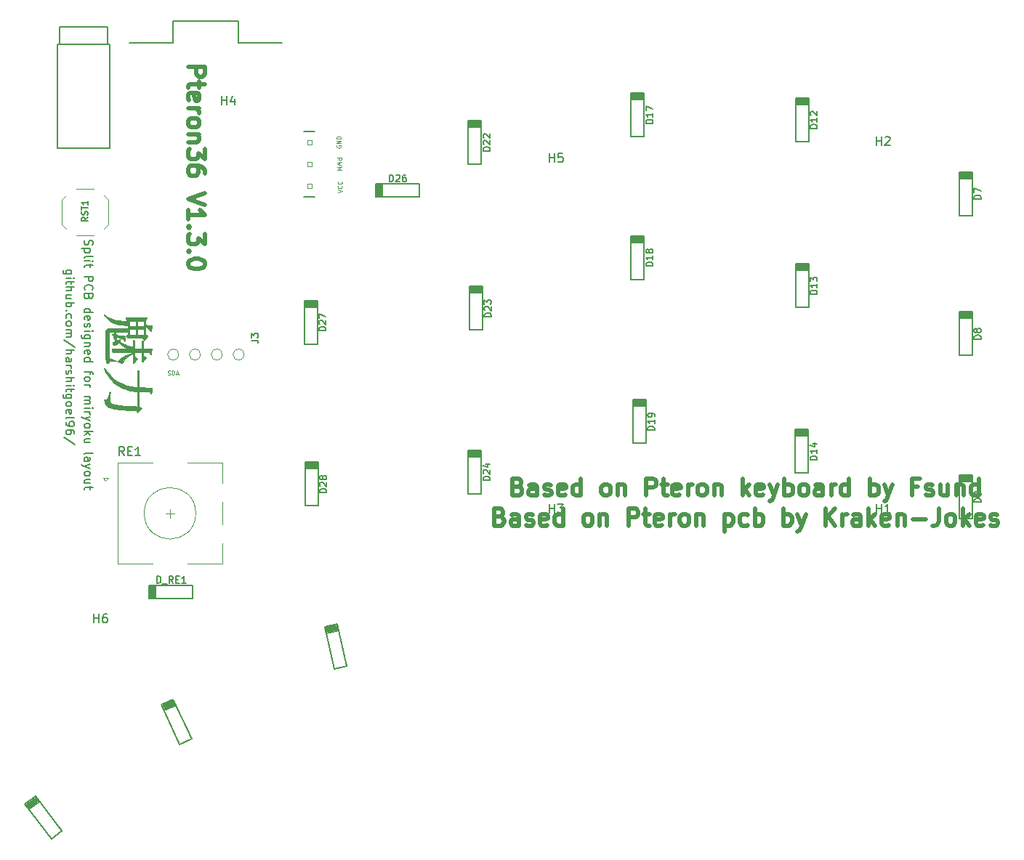
<source format=gbr>
%TF.GenerationSoftware,KiCad,Pcbnew,(5.1.7)-1*%
%TF.CreationDate,2021-07-12T16:27:12+05:30*%
%TF.ProjectId,Pteron36v0,50746572-6f6e-4333-9676-302e6b696361,rev?*%
%TF.SameCoordinates,Original*%
%TF.FileFunction,Legend,Top*%
%TF.FilePolarity,Positive*%
%FSLAX46Y46*%
G04 Gerber Fmt 4.6, Leading zero omitted, Abs format (unit mm)*
G04 Created by KiCad (PCBNEW (5.1.7)-1) date 2021-07-12 16:27:12*
%MOMM*%
%LPD*%
G01*
G04 APERTURE LIST*
%ADD10C,0.500000*%
%ADD11C,0.150000*%
%ADD12C,0.125000*%
%ADD13C,0.120000*%
%ADD14C,0.010000*%
%ADD15C,0.066040*%
%ADD16C,0.203200*%
%ADD17C,0.100000*%
G04 APERTURE END LIST*
D10*
X135248790Y-100545342D02*
X135534504Y-100640580D01*
X135629742Y-100735819D01*
X135724980Y-100926295D01*
X135724980Y-101212009D01*
X135629742Y-101402485D01*
X135534504Y-101497723D01*
X135344028Y-101592961D01*
X134582123Y-101592961D01*
X134582123Y-99592961D01*
X135248790Y-99592961D01*
X135439266Y-99688200D01*
X135534504Y-99783438D01*
X135629742Y-99973914D01*
X135629742Y-100164390D01*
X135534504Y-100354866D01*
X135439266Y-100450104D01*
X135248790Y-100545342D01*
X134582123Y-100545342D01*
X137439266Y-101592961D02*
X137439266Y-100545342D01*
X137344028Y-100354866D01*
X137153552Y-100259628D01*
X136772600Y-100259628D01*
X136582123Y-100354866D01*
X137439266Y-101497723D02*
X137248790Y-101592961D01*
X136772600Y-101592961D01*
X136582123Y-101497723D01*
X136486885Y-101307247D01*
X136486885Y-101116771D01*
X136582123Y-100926295D01*
X136772600Y-100831057D01*
X137248790Y-100831057D01*
X137439266Y-100735819D01*
X138296409Y-101497723D02*
X138486885Y-101592961D01*
X138867838Y-101592961D01*
X139058314Y-101497723D01*
X139153552Y-101307247D01*
X139153552Y-101212009D01*
X139058314Y-101021533D01*
X138867838Y-100926295D01*
X138582123Y-100926295D01*
X138391647Y-100831057D01*
X138296409Y-100640580D01*
X138296409Y-100545342D01*
X138391647Y-100354866D01*
X138582123Y-100259628D01*
X138867838Y-100259628D01*
X139058314Y-100354866D01*
X140772600Y-101497723D02*
X140582123Y-101592961D01*
X140201171Y-101592961D01*
X140010695Y-101497723D01*
X139915457Y-101307247D01*
X139915457Y-100545342D01*
X140010695Y-100354866D01*
X140201171Y-100259628D01*
X140582123Y-100259628D01*
X140772600Y-100354866D01*
X140867838Y-100545342D01*
X140867838Y-100735819D01*
X139915457Y-100926295D01*
X142582123Y-101592961D02*
X142582123Y-99592961D01*
X142582123Y-101497723D02*
X142391647Y-101592961D01*
X142010695Y-101592961D01*
X141820219Y-101497723D01*
X141724980Y-101402485D01*
X141629742Y-101212009D01*
X141629742Y-100640580D01*
X141724980Y-100450104D01*
X141820219Y-100354866D01*
X142010695Y-100259628D01*
X142391647Y-100259628D01*
X142582123Y-100354866D01*
X145344028Y-101592961D02*
X145153552Y-101497723D01*
X145058314Y-101402485D01*
X144963076Y-101212009D01*
X144963076Y-100640580D01*
X145058314Y-100450104D01*
X145153552Y-100354866D01*
X145344028Y-100259628D01*
X145629742Y-100259628D01*
X145820219Y-100354866D01*
X145915457Y-100450104D01*
X146010695Y-100640580D01*
X146010695Y-101212009D01*
X145915457Y-101402485D01*
X145820219Y-101497723D01*
X145629742Y-101592961D01*
X145344028Y-101592961D01*
X146867838Y-100259628D02*
X146867838Y-101592961D01*
X146867838Y-100450104D02*
X146963076Y-100354866D01*
X147153552Y-100259628D01*
X147439266Y-100259628D01*
X147629742Y-100354866D01*
X147724980Y-100545342D01*
X147724980Y-101592961D01*
X150201171Y-101592961D02*
X150201171Y-99592961D01*
X150963076Y-99592961D01*
X151153552Y-99688200D01*
X151248790Y-99783438D01*
X151344028Y-99973914D01*
X151344028Y-100259628D01*
X151248790Y-100450104D01*
X151153552Y-100545342D01*
X150963076Y-100640580D01*
X150201171Y-100640580D01*
X151915457Y-100259628D02*
X152677361Y-100259628D01*
X152201171Y-99592961D02*
X152201171Y-101307247D01*
X152296409Y-101497723D01*
X152486885Y-101592961D01*
X152677361Y-101592961D01*
X154105933Y-101497723D02*
X153915457Y-101592961D01*
X153534504Y-101592961D01*
X153344028Y-101497723D01*
X153248790Y-101307247D01*
X153248790Y-100545342D01*
X153344028Y-100354866D01*
X153534504Y-100259628D01*
X153915457Y-100259628D01*
X154105933Y-100354866D01*
X154201171Y-100545342D01*
X154201171Y-100735819D01*
X153248790Y-100926295D01*
X155058314Y-101592961D02*
X155058314Y-100259628D01*
X155058314Y-100640580D02*
X155153552Y-100450104D01*
X155248790Y-100354866D01*
X155439266Y-100259628D01*
X155629742Y-100259628D01*
X156582123Y-101592961D02*
X156391647Y-101497723D01*
X156296409Y-101402485D01*
X156201171Y-101212009D01*
X156201171Y-100640580D01*
X156296409Y-100450104D01*
X156391647Y-100354866D01*
X156582123Y-100259628D01*
X156867838Y-100259628D01*
X157058314Y-100354866D01*
X157153552Y-100450104D01*
X157248790Y-100640580D01*
X157248790Y-101212009D01*
X157153552Y-101402485D01*
X157058314Y-101497723D01*
X156867838Y-101592961D01*
X156582123Y-101592961D01*
X158105933Y-100259628D02*
X158105933Y-101592961D01*
X158105933Y-100450104D02*
X158201171Y-100354866D01*
X158391647Y-100259628D01*
X158677361Y-100259628D01*
X158867838Y-100354866D01*
X158963076Y-100545342D01*
X158963076Y-101592961D01*
X161439266Y-101592961D02*
X161439266Y-99592961D01*
X161629742Y-100831057D02*
X162201171Y-101592961D01*
X162201171Y-100259628D02*
X161439266Y-101021533D01*
X163820219Y-101497723D02*
X163629742Y-101592961D01*
X163248790Y-101592961D01*
X163058314Y-101497723D01*
X162963076Y-101307247D01*
X162963076Y-100545342D01*
X163058314Y-100354866D01*
X163248790Y-100259628D01*
X163629742Y-100259628D01*
X163820219Y-100354866D01*
X163915457Y-100545342D01*
X163915457Y-100735819D01*
X162963076Y-100926295D01*
X164582123Y-100259628D02*
X165058314Y-101592961D01*
X165534504Y-100259628D02*
X165058314Y-101592961D01*
X164867838Y-102069152D01*
X164772600Y-102164390D01*
X164582123Y-102259628D01*
X166296409Y-101592961D02*
X166296409Y-99592961D01*
X166296409Y-100354866D02*
X166486885Y-100259628D01*
X166867838Y-100259628D01*
X167058314Y-100354866D01*
X167153552Y-100450104D01*
X167248790Y-100640580D01*
X167248790Y-101212009D01*
X167153552Y-101402485D01*
X167058314Y-101497723D01*
X166867838Y-101592961D01*
X166486885Y-101592961D01*
X166296409Y-101497723D01*
X168391647Y-101592961D02*
X168201171Y-101497723D01*
X168105933Y-101402485D01*
X168010695Y-101212009D01*
X168010695Y-100640580D01*
X168105933Y-100450104D01*
X168201171Y-100354866D01*
X168391647Y-100259628D01*
X168677361Y-100259628D01*
X168867838Y-100354866D01*
X168963076Y-100450104D01*
X169058314Y-100640580D01*
X169058314Y-101212009D01*
X168963076Y-101402485D01*
X168867838Y-101497723D01*
X168677361Y-101592961D01*
X168391647Y-101592961D01*
X170772600Y-101592961D02*
X170772600Y-100545342D01*
X170677361Y-100354866D01*
X170486885Y-100259628D01*
X170105933Y-100259628D01*
X169915457Y-100354866D01*
X170772600Y-101497723D02*
X170582123Y-101592961D01*
X170105933Y-101592961D01*
X169915457Y-101497723D01*
X169820219Y-101307247D01*
X169820219Y-101116771D01*
X169915457Y-100926295D01*
X170105933Y-100831057D01*
X170582123Y-100831057D01*
X170772600Y-100735819D01*
X171724980Y-101592961D02*
X171724980Y-100259628D01*
X171724980Y-100640580D02*
X171820219Y-100450104D01*
X171915457Y-100354866D01*
X172105933Y-100259628D01*
X172296409Y-100259628D01*
X173820219Y-101592961D02*
X173820219Y-99592961D01*
X173820219Y-101497723D02*
X173629742Y-101592961D01*
X173248790Y-101592961D01*
X173058314Y-101497723D01*
X172963076Y-101402485D01*
X172867838Y-101212009D01*
X172867838Y-100640580D01*
X172963076Y-100450104D01*
X173058314Y-100354866D01*
X173248790Y-100259628D01*
X173629742Y-100259628D01*
X173820219Y-100354866D01*
X176296409Y-101592961D02*
X176296409Y-99592961D01*
X176296409Y-100354866D02*
X176486885Y-100259628D01*
X176867838Y-100259628D01*
X177058314Y-100354866D01*
X177153552Y-100450104D01*
X177248790Y-100640580D01*
X177248790Y-101212009D01*
X177153552Y-101402485D01*
X177058314Y-101497723D01*
X176867838Y-101592961D01*
X176486885Y-101592961D01*
X176296409Y-101497723D01*
X177915457Y-100259628D02*
X178391647Y-101592961D01*
X178867838Y-100259628D02*
X178391647Y-101592961D01*
X178201171Y-102069152D01*
X178105933Y-102164390D01*
X177915457Y-102259628D01*
X181820219Y-100545342D02*
X181153552Y-100545342D01*
X181153552Y-101592961D02*
X181153552Y-99592961D01*
X182105933Y-99592961D01*
X182772599Y-101497723D02*
X182963076Y-101592961D01*
X183344028Y-101592961D01*
X183534504Y-101497723D01*
X183629742Y-101307247D01*
X183629742Y-101212009D01*
X183534504Y-101021533D01*
X183344028Y-100926295D01*
X183058314Y-100926295D01*
X182867838Y-100831057D01*
X182772599Y-100640580D01*
X182772599Y-100545342D01*
X182867838Y-100354866D01*
X183058314Y-100259628D01*
X183344028Y-100259628D01*
X183534504Y-100354866D01*
X185344028Y-100259628D02*
X185344028Y-101592961D01*
X184486885Y-100259628D02*
X184486885Y-101307247D01*
X184582123Y-101497723D01*
X184772599Y-101592961D01*
X185058314Y-101592961D01*
X185248790Y-101497723D01*
X185344028Y-101402485D01*
X186296409Y-100259628D02*
X186296409Y-101592961D01*
X186296409Y-100450104D02*
X186391647Y-100354866D01*
X186582123Y-100259628D01*
X186867838Y-100259628D01*
X187058314Y-100354866D01*
X187153552Y-100545342D01*
X187153552Y-101592961D01*
X188963076Y-101592961D02*
X188963076Y-99592961D01*
X188963076Y-101497723D02*
X188772599Y-101592961D01*
X188391647Y-101592961D01*
X188201171Y-101497723D01*
X188105933Y-101402485D01*
X188010695Y-101212009D01*
X188010695Y-100640580D01*
X188105933Y-100450104D01*
X188201171Y-100354866D01*
X188391647Y-100259628D01*
X188772599Y-100259628D01*
X188963076Y-100354866D01*
X133153552Y-104045342D02*
X133439266Y-104140580D01*
X133534504Y-104235819D01*
X133629742Y-104426295D01*
X133629742Y-104712009D01*
X133534504Y-104902485D01*
X133439266Y-104997723D01*
X133248790Y-105092961D01*
X132486885Y-105092961D01*
X132486885Y-103092961D01*
X133153552Y-103092961D01*
X133344028Y-103188200D01*
X133439266Y-103283438D01*
X133534504Y-103473914D01*
X133534504Y-103664390D01*
X133439266Y-103854866D01*
X133344028Y-103950104D01*
X133153552Y-104045342D01*
X132486885Y-104045342D01*
X135344028Y-105092961D02*
X135344028Y-104045342D01*
X135248790Y-103854866D01*
X135058314Y-103759628D01*
X134677361Y-103759628D01*
X134486885Y-103854866D01*
X135344028Y-104997723D02*
X135153552Y-105092961D01*
X134677361Y-105092961D01*
X134486885Y-104997723D01*
X134391647Y-104807247D01*
X134391647Y-104616771D01*
X134486885Y-104426295D01*
X134677361Y-104331057D01*
X135153552Y-104331057D01*
X135344028Y-104235819D01*
X136201171Y-104997723D02*
X136391647Y-105092961D01*
X136772600Y-105092961D01*
X136963076Y-104997723D01*
X137058314Y-104807247D01*
X137058314Y-104712009D01*
X136963076Y-104521533D01*
X136772600Y-104426295D01*
X136486885Y-104426295D01*
X136296409Y-104331057D01*
X136201171Y-104140580D01*
X136201171Y-104045342D01*
X136296409Y-103854866D01*
X136486885Y-103759628D01*
X136772600Y-103759628D01*
X136963076Y-103854866D01*
X138677361Y-104997723D02*
X138486885Y-105092961D01*
X138105933Y-105092961D01*
X137915457Y-104997723D01*
X137820219Y-104807247D01*
X137820219Y-104045342D01*
X137915457Y-103854866D01*
X138105933Y-103759628D01*
X138486885Y-103759628D01*
X138677361Y-103854866D01*
X138772600Y-104045342D01*
X138772600Y-104235819D01*
X137820219Y-104426295D01*
X140486885Y-105092961D02*
X140486885Y-103092961D01*
X140486885Y-104997723D02*
X140296409Y-105092961D01*
X139915457Y-105092961D01*
X139724980Y-104997723D01*
X139629742Y-104902485D01*
X139534504Y-104712009D01*
X139534504Y-104140580D01*
X139629742Y-103950104D01*
X139724980Y-103854866D01*
X139915457Y-103759628D01*
X140296409Y-103759628D01*
X140486885Y-103854866D01*
X143248790Y-105092961D02*
X143058314Y-104997723D01*
X142963076Y-104902485D01*
X142867838Y-104712009D01*
X142867838Y-104140580D01*
X142963076Y-103950104D01*
X143058314Y-103854866D01*
X143248790Y-103759628D01*
X143534504Y-103759628D01*
X143724980Y-103854866D01*
X143820219Y-103950104D01*
X143915457Y-104140580D01*
X143915457Y-104712009D01*
X143820219Y-104902485D01*
X143724980Y-104997723D01*
X143534504Y-105092961D01*
X143248790Y-105092961D01*
X144772600Y-103759628D02*
X144772600Y-105092961D01*
X144772600Y-103950104D02*
X144867838Y-103854866D01*
X145058314Y-103759628D01*
X145344028Y-103759628D01*
X145534504Y-103854866D01*
X145629742Y-104045342D01*
X145629742Y-105092961D01*
X148105933Y-105092961D02*
X148105933Y-103092961D01*
X148867838Y-103092961D01*
X149058314Y-103188200D01*
X149153552Y-103283438D01*
X149248790Y-103473914D01*
X149248790Y-103759628D01*
X149153552Y-103950104D01*
X149058314Y-104045342D01*
X148867838Y-104140580D01*
X148105933Y-104140580D01*
X149820219Y-103759628D02*
X150582123Y-103759628D01*
X150105933Y-103092961D02*
X150105933Y-104807247D01*
X150201171Y-104997723D01*
X150391647Y-105092961D01*
X150582123Y-105092961D01*
X152010695Y-104997723D02*
X151820219Y-105092961D01*
X151439266Y-105092961D01*
X151248790Y-104997723D01*
X151153552Y-104807247D01*
X151153552Y-104045342D01*
X151248790Y-103854866D01*
X151439266Y-103759628D01*
X151820219Y-103759628D01*
X152010695Y-103854866D01*
X152105933Y-104045342D01*
X152105933Y-104235819D01*
X151153552Y-104426295D01*
X152963076Y-105092961D02*
X152963076Y-103759628D01*
X152963076Y-104140580D02*
X153058314Y-103950104D01*
X153153552Y-103854866D01*
X153344028Y-103759628D01*
X153534504Y-103759628D01*
X154486885Y-105092961D02*
X154296409Y-104997723D01*
X154201171Y-104902485D01*
X154105933Y-104712009D01*
X154105933Y-104140580D01*
X154201171Y-103950104D01*
X154296409Y-103854866D01*
X154486885Y-103759628D01*
X154772600Y-103759628D01*
X154963076Y-103854866D01*
X155058314Y-103950104D01*
X155153552Y-104140580D01*
X155153552Y-104712009D01*
X155058314Y-104902485D01*
X154963076Y-104997723D01*
X154772600Y-105092961D01*
X154486885Y-105092961D01*
X156010695Y-103759628D02*
X156010695Y-105092961D01*
X156010695Y-103950104D02*
X156105933Y-103854866D01*
X156296409Y-103759628D01*
X156582123Y-103759628D01*
X156772600Y-103854866D01*
X156867838Y-104045342D01*
X156867838Y-105092961D01*
X159344028Y-103759628D02*
X159344028Y-105759628D01*
X159344028Y-103854866D02*
X159534504Y-103759628D01*
X159915457Y-103759628D01*
X160105933Y-103854866D01*
X160201171Y-103950104D01*
X160296409Y-104140580D01*
X160296409Y-104712009D01*
X160201171Y-104902485D01*
X160105933Y-104997723D01*
X159915457Y-105092961D01*
X159534504Y-105092961D01*
X159344028Y-104997723D01*
X162010695Y-104997723D02*
X161820219Y-105092961D01*
X161439266Y-105092961D01*
X161248790Y-104997723D01*
X161153552Y-104902485D01*
X161058314Y-104712009D01*
X161058314Y-104140580D01*
X161153552Y-103950104D01*
X161248790Y-103854866D01*
X161439266Y-103759628D01*
X161820219Y-103759628D01*
X162010695Y-103854866D01*
X162867838Y-105092961D02*
X162867838Y-103092961D01*
X162867838Y-103854866D02*
X163058314Y-103759628D01*
X163439266Y-103759628D01*
X163629742Y-103854866D01*
X163724980Y-103950104D01*
X163820219Y-104140580D01*
X163820219Y-104712009D01*
X163724980Y-104902485D01*
X163629742Y-104997723D01*
X163439266Y-105092961D01*
X163058314Y-105092961D01*
X162867838Y-104997723D01*
X166201171Y-105092961D02*
X166201171Y-103092961D01*
X166201171Y-103854866D02*
X166391647Y-103759628D01*
X166772599Y-103759628D01*
X166963076Y-103854866D01*
X167058314Y-103950104D01*
X167153552Y-104140580D01*
X167153552Y-104712009D01*
X167058314Y-104902485D01*
X166963076Y-104997723D01*
X166772599Y-105092961D01*
X166391647Y-105092961D01*
X166201171Y-104997723D01*
X167820219Y-103759628D02*
X168296409Y-105092961D01*
X168772599Y-103759628D02*
X168296409Y-105092961D01*
X168105933Y-105569152D01*
X168010695Y-105664390D01*
X167820219Y-105759628D01*
X171058314Y-105092961D02*
X171058314Y-103092961D01*
X172201171Y-105092961D02*
X171344028Y-103950104D01*
X172201171Y-103092961D02*
X171058314Y-104235819D01*
X173058314Y-105092961D02*
X173058314Y-103759628D01*
X173058314Y-104140580D02*
X173153552Y-103950104D01*
X173248790Y-103854866D01*
X173439266Y-103759628D01*
X173629742Y-103759628D01*
X175153552Y-105092961D02*
X175153552Y-104045342D01*
X175058314Y-103854866D01*
X174867838Y-103759628D01*
X174486885Y-103759628D01*
X174296409Y-103854866D01*
X175153552Y-104997723D02*
X174963076Y-105092961D01*
X174486885Y-105092961D01*
X174296409Y-104997723D01*
X174201171Y-104807247D01*
X174201171Y-104616771D01*
X174296409Y-104426295D01*
X174486885Y-104331057D01*
X174963076Y-104331057D01*
X175153552Y-104235819D01*
X176105933Y-105092961D02*
X176105933Y-103092961D01*
X176296409Y-104331057D02*
X176867838Y-105092961D01*
X176867838Y-103759628D02*
X176105933Y-104521533D01*
X178486885Y-104997723D02*
X178296409Y-105092961D01*
X177915457Y-105092961D01*
X177724980Y-104997723D01*
X177629742Y-104807247D01*
X177629742Y-104045342D01*
X177724980Y-103854866D01*
X177915457Y-103759628D01*
X178296409Y-103759628D01*
X178486885Y-103854866D01*
X178582123Y-104045342D01*
X178582123Y-104235819D01*
X177629742Y-104426295D01*
X179439266Y-103759628D02*
X179439266Y-105092961D01*
X179439266Y-103950104D02*
X179534504Y-103854866D01*
X179724980Y-103759628D01*
X180010695Y-103759628D01*
X180201171Y-103854866D01*
X180296409Y-104045342D01*
X180296409Y-105092961D01*
X181248790Y-104331057D02*
X182772599Y-104331057D01*
X184296409Y-103092961D02*
X184296409Y-104521533D01*
X184201171Y-104807247D01*
X184010695Y-104997723D01*
X183724980Y-105092961D01*
X183534504Y-105092961D01*
X185534504Y-105092961D02*
X185344028Y-104997723D01*
X185248790Y-104902485D01*
X185153552Y-104712009D01*
X185153552Y-104140580D01*
X185248790Y-103950104D01*
X185344028Y-103854866D01*
X185534504Y-103759628D01*
X185820219Y-103759628D01*
X186010695Y-103854866D01*
X186105933Y-103950104D01*
X186201171Y-104140580D01*
X186201171Y-104712009D01*
X186105933Y-104902485D01*
X186010695Y-104997723D01*
X185820219Y-105092961D01*
X185534504Y-105092961D01*
X187058314Y-105092961D02*
X187058314Y-103092961D01*
X187248790Y-104331057D02*
X187820219Y-105092961D01*
X187820219Y-103759628D02*
X187058314Y-104521533D01*
X189439266Y-104997723D02*
X189248790Y-105092961D01*
X188867838Y-105092961D01*
X188677361Y-104997723D01*
X188582123Y-104807247D01*
X188582123Y-104045342D01*
X188677361Y-103854866D01*
X188867838Y-103759628D01*
X189248790Y-103759628D01*
X189439266Y-103854866D01*
X189534504Y-104045342D01*
X189534504Y-104235819D01*
X188582123Y-104426295D01*
X190296409Y-104997723D02*
X190486885Y-105092961D01*
X190867838Y-105092961D01*
X191058314Y-104997723D01*
X191153552Y-104807247D01*
X191153552Y-104712009D01*
X191058314Y-104521533D01*
X190867838Y-104426295D01*
X190582123Y-104426295D01*
X190391647Y-104331057D01*
X190296409Y-104140580D01*
X190296409Y-104045342D01*
X190391647Y-103854866D01*
X190582123Y-103759628D01*
X190867838Y-103759628D01*
X191058314Y-103854866D01*
X96800692Y-51615444D02*
X98800692Y-51615444D01*
X98800692Y-52377349D01*
X98705454Y-52567825D01*
X98610215Y-52663063D01*
X98419739Y-52758301D01*
X98134025Y-52758301D01*
X97943549Y-52663063D01*
X97848311Y-52567825D01*
X97753073Y-52377349D01*
X97753073Y-51615444D01*
X98134025Y-53329730D02*
X98134025Y-54091634D01*
X98800692Y-53615444D02*
X97086406Y-53615444D01*
X96895930Y-53710682D01*
X96800692Y-53901158D01*
X96800692Y-54091634D01*
X96895930Y-55520206D02*
X96800692Y-55329730D01*
X96800692Y-54948777D01*
X96895930Y-54758301D01*
X97086406Y-54663063D01*
X97848311Y-54663063D01*
X98038787Y-54758301D01*
X98134025Y-54948777D01*
X98134025Y-55329730D01*
X98038787Y-55520206D01*
X97848311Y-55615444D01*
X97657834Y-55615444D01*
X97467358Y-54663063D01*
X96800692Y-56472587D02*
X98134025Y-56472587D01*
X97753073Y-56472587D02*
X97943549Y-56567825D01*
X98038787Y-56663063D01*
X98134025Y-56853539D01*
X98134025Y-57044015D01*
X96800692Y-57996396D02*
X96895930Y-57805920D01*
X96991168Y-57710682D01*
X97181644Y-57615444D01*
X97753073Y-57615444D01*
X97943549Y-57710682D01*
X98038787Y-57805920D01*
X98134025Y-57996396D01*
X98134025Y-58282110D01*
X98038787Y-58472587D01*
X97943549Y-58567825D01*
X97753073Y-58663063D01*
X97181644Y-58663063D01*
X96991168Y-58567825D01*
X96895930Y-58472587D01*
X96800692Y-58282110D01*
X96800692Y-57996396D01*
X98134025Y-59520206D02*
X96800692Y-59520206D01*
X97943549Y-59520206D02*
X98038787Y-59615444D01*
X98134025Y-59805920D01*
X98134025Y-60091634D01*
X98038787Y-60282110D01*
X97848311Y-60377349D01*
X96800692Y-60377349D01*
X98800692Y-61139253D02*
X98800692Y-62377349D01*
X98038787Y-61710682D01*
X98038787Y-61996396D01*
X97943549Y-62186872D01*
X97848311Y-62282110D01*
X97657834Y-62377349D01*
X97181644Y-62377349D01*
X96991168Y-62282110D01*
X96895930Y-62186872D01*
X96800692Y-61996396D01*
X96800692Y-61424968D01*
X96895930Y-61234491D01*
X96991168Y-61139253D01*
X98800692Y-64091634D02*
X98800692Y-63710682D01*
X98705454Y-63520206D01*
X98610215Y-63424968D01*
X98324501Y-63234491D01*
X97943549Y-63139253D01*
X97181644Y-63139253D01*
X96991168Y-63234491D01*
X96895930Y-63329730D01*
X96800692Y-63520206D01*
X96800692Y-63901158D01*
X96895930Y-64091634D01*
X96991168Y-64186872D01*
X97181644Y-64282110D01*
X97657834Y-64282110D01*
X97848311Y-64186872D01*
X97943549Y-64091634D01*
X98038787Y-63901158D01*
X98038787Y-63520206D01*
X97943549Y-63329730D01*
X97848311Y-63234491D01*
X97657834Y-63139253D01*
X98800692Y-66377349D02*
X96800692Y-67044015D01*
X98800692Y-67710682D01*
X96800692Y-69424968D02*
X96800692Y-68282110D01*
X96800692Y-68853539D02*
X98800692Y-68853539D01*
X98514977Y-68663063D01*
X98324501Y-68472587D01*
X98229263Y-68282110D01*
X96991168Y-70282110D02*
X96895930Y-70377349D01*
X96800692Y-70282110D01*
X96895930Y-70186872D01*
X96991168Y-70282110D01*
X96800692Y-70282110D01*
X98800692Y-71044015D02*
X98800692Y-72282110D01*
X98038787Y-71615444D01*
X98038787Y-71901158D01*
X97943549Y-72091634D01*
X97848311Y-72186872D01*
X97657834Y-72282110D01*
X97181644Y-72282110D01*
X96991168Y-72186872D01*
X96895930Y-72091634D01*
X96800692Y-71901158D01*
X96800692Y-71329730D01*
X96895930Y-71139253D01*
X96991168Y-71044015D01*
X96991168Y-73139253D02*
X96895930Y-73234491D01*
X96800692Y-73139253D01*
X96895930Y-73044015D01*
X96991168Y-73139253D01*
X96800692Y-73139253D01*
X98800692Y-74472587D02*
X98800692Y-74663063D01*
X98705454Y-74853539D01*
X98610215Y-74948777D01*
X98419739Y-75044015D01*
X98038787Y-75139253D01*
X97562596Y-75139253D01*
X97181644Y-75044015D01*
X96991168Y-74948777D01*
X96895930Y-74853539D01*
X96800692Y-74663063D01*
X96800692Y-74472587D01*
X96895930Y-74282110D01*
X96991168Y-74186872D01*
X97181644Y-74091634D01*
X97562596Y-73996396D01*
X98038787Y-73996396D01*
X98419739Y-74091634D01*
X98610215Y-74186872D01*
X98705454Y-74282110D01*
X98800692Y-74472587D01*
D11*
X83238540Y-75759472D02*
X82429016Y-75759472D01*
X82333778Y-75711853D01*
X82286159Y-75664234D01*
X82238540Y-75568996D01*
X82238540Y-75426139D01*
X82286159Y-75330901D01*
X82619493Y-75759472D02*
X82571874Y-75664234D01*
X82571874Y-75473758D01*
X82619493Y-75378520D01*
X82667112Y-75330901D01*
X82762350Y-75283282D01*
X83048064Y-75283282D01*
X83143302Y-75330901D01*
X83190921Y-75378520D01*
X83238540Y-75473758D01*
X83238540Y-75664234D01*
X83190921Y-75759472D01*
X82571874Y-76235663D02*
X83238540Y-76235663D01*
X83571874Y-76235663D02*
X83524255Y-76188044D01*
X83476635Y-76235663D01*
X83524255Y-76283282D01*
X83571874Y-76235663D01*
X83476635Y-76235663D01*
X83238540Y-76568996D02*
X83238540Y-76949949D01*
X83571874Y-76711853D02*
X82714731Y-76711853D01*
X82619493Y-76759472D01*
X82571874Y-76854710D01*
X82571874Y-76949949D01*
X82571874Y-77283282D02*
X83571874Y-77283282D01*
X82571874Y-77711853D02*
X83095683Y-77711853D01*
X83190921Y-77664234D01*
X83238540Y-77568996D01*
X83238540Y-77426139D01*
X83190921Y-77330901D01*
X83143302Y-77283282D01*
X83238540Y-78616615D02*
X82571874Y-78616615D01*
X83238540Y-78188044D02*
X82714731Y-78188044D01*
X82619493Y-78235663D01*
X82571874Y-78330901D01*
X82571874Y-78473758D01*
X82619493Y-78568996D01*
X82667112Y-78616615D01*
X82571874Y-79092806D02*
X83571874Y-79092806D01*
X83190921Y-79092806D02*
X83238540Y-79188044D01*
X83238540Y-79378520D01*
X83190921Y-79473758D01*
X83143302Y-79521377D01*
X83048064Y-79568996D01*
X82762350Y-79568996D01*
X82667112Y-79521377D01*
X82619493Y-79473758D01*
X82571874Y-79378520D01*
X82571874Y-79188044D01*
X82619493Y-79092806D01*
X82667112Y-79997568D02*
X82619493Y-80045187D01*
X82571874Y-79997568D01*
X82619493Y-79949949D01*
X82667112Y-79997568D01*
X82571874Y-79997568D01*
X82619493Y-80902330D02*
X82571874Y-80807091D01*
X82571874Y-80616615D01*
X82619493Y-80521377D01*
X82667112Y-80473758D01*
X82762350Y-80426139D01*
X83048064Y-80426139D01*
X83143302Y-80473758D01*
X83190921Y-80521377D01*
X83238540Y-80616615D01*
X83238540Y-80807091D01*
X83190921Y-80902330D01*
X82571874Y-81473758D02*
X82619493Y-81378520D01*
X82667112Y-81330901D01*
X82762350Y-81283282D01*
X83048064Y-81283282D01*
X83143302Y-81330901D01*
X83190921Y-81378520D01*
X83238540Y-81473758D01*
X83238540Y-81616615D01*
X83190921Y-81711853D01*
X83143302Y-81759472D01*
X83048064Y-81807091D01*
X82762350Y-81807091D01*
X82667112Y-81759472D01*
X82619493Y-81711853D01*
X82571874Y-81616615D01*
X82571874Y-81473758D01*
X82571874Y-82235663D02*
X83238540Y-82235663D01*
X83143302Y-82235663D02*
X83190921Y-82283282D01*
X83238540Y-82378520D01*
X83238540Y-82521377D01*
X83190921Y-82616615D01*
X83095683Y-82664234D01*
X82571874Y-82664234D01*
X83095683Y-82664234D02*
X83190921Y-82711853D01*
X83238540Y-82807091D01*
X83238540Y-82949949D01*
X83190921Y-83045187D01*
X83095683Y-83092806D01*
X82571874Y-83092806D01*
X83619493Y-84283282D02*
X82333778Y-83426139D01*
X82571874Y-84616615D02*
X83571874Y-84616615D01*
X82571874Y-85045187D02*
X83095683Y-85045187D01*
X83190921Y-84997568D01*
X83238540Y-84902330D01*
X83238540Y-84759472D01*
X83190921Y-84664234D01*
X83143302Y-84616615D01*
X82571874Y-85949949D02*
X83095683Y-85949949D01*
X83190921Y-85902330D01*
X83238540Y-85807091D01*
X83238540Y-85616615D01*
X83190921Y-85521377D01*
X82619493Y-85949949D02*
X82571874Y-85854710D01*
X82571874Y-85616615D01*
X82619493Y-85521377D01*
X82714731Y-85473758D01*
X82809969Y-85473758D01*
X82905207Y-85521377D01*
X82952826Y-85616615D01*
X82952826Y-85854710D01*
X83000445Y-85949949D01*
X82571874Y-86426139D02*
X83238540Y-86426139D01*
X83048064Y-86426139D02*
X83143302Y-86473758D01*
X83190921Y-86521377D01*
X83238540Y-86616615D01*
X83238540Y-86711853D01*
X82619493Y-86997568D02*
X82571874Y-87092806D01*
X82571874Y-87283282D01*
X82619493Y-87378520D01*
X82714731Y-87426139D01*
X82762350Y-87426139D01*
X82857588Y-87378520D01*
X82905207Y-87283282D01*
X82905207Y-87140425D01*
X82952826Y-87045187D01*
X83048064Y-86997568D01*
X83095683Y-86997568D01*
X83190921Y-87045187D01*
X83238540Y-87140425D01*
X83238540Y-87283282D01*
X83190921Y-87378520D01*
X82571874Y-87854710D02*
X83571874Y-87854710D01*
X82571874Y-88283282D02*
X83095683Y-88283282D01*
X83190921Y-88235663D01*
X83238540Y-88140425D01*
X83238540Y-87997568D01*
X83190921Y-87902330D01*
X83143302Y-87854710D01*
X82571874Y-88759472D02*
X83238540Y-88759472D01*
X83571874Y-88759472D02*
X83524255Y-88711853D01*
X83476635Y-88759472D01*
X83524255Y-88807091D01*
X83571874Y-88759472D01*
X83476635Y-88759472D01*
X83238540Y-89092806D02*
X83238540Y-89473758D01*
X83571874Y-89235663D02*
X82714731Y-89235663D01*
X82619493Y-89283282D01*
X82571874Y-89378520D01*
X82571874Y-89473758D01*
X83238540Y-90235663D02*
X82429016Y-90235663D01*
X82333778Y-90188044D01*
X82286159Y-90140425D01*
X82238540Y-90045187D01*
X82238540Y-89902330D01*
X82286159Y-89807091D01*
X82619493Y-90235663D02*
X82571874Y-90140425D01*
X82571874Y-89949949D01*
X82619493Y-89854710D01*
X82667112Y-89807091D01*
X82762350Y-89759472D01*
X83048064Y-89759472D01*
X83143302Y-89807091D01*
X83190921Y-89854710D01*
X83238540Y-89949949D01*
X83238540Y-90140425D01*
X83190921Y-90235663D01*
X82571874Y-90854710D02*
X82619493Y-90759472D01*
X82667112Y-90711853D01*
X82762350Y-90664234D01*
X83048064Y-90664234D01*
X83143302Y-90711853D01*
X83190921Y-90759472D01*
X83238540Y-90854710D01*
X83238540Y-90997568D01*
X83190921Y-91092806D01*
X83143302Y-91140425D01*
X83048064Y-91188044D01*
X82762350Y-91188044D01*
X82667112Y-91140425D01*
X82619493Y-91092806D01*
X82571874Y-90997568D01*
X82571874Y-90854710D01*
X82619493Y-91997568D02*
X82571874Y-91902330D01*
X82571874Y-91711853D01*
X82619493Y-91616615D01*
X82714731Y-91568996D01*
X83095683Y-91568996D01*
X83190921Y-91616615D01*
X83238540Y-91711853D01*
X83238540Y-91902330D01*
X83190921Y-91997568D01*
X83095683Y-92045187D01*
X83000445Y-92045187D01*
X82905207Y-91568996D01*
X82571874Y-92616615D02*
X82619493Y-92521377D01*
X82714731Y-92473758D01*
X83571874Y-92473758D01*
X82571874Y-93045187D02*
X82571874Y-93235663D01*
X82619493Y-93330901D01*
X82667112Y-93378520D01*
X82809969Y-93473758D01*
X83000445Y-93521377D01*
X83381397Y-93521377D01*
X83476635Y-93473758D01*
X83524255Y-93426139D01*
X83571874Y-93330901D01*
X83571874Y-93140425D01*
X83524255Y-93045187D01*
X83476635Y-92997568D01*
X83381397Y-92949949D01*
X83143302Y-92949949D01*
X83048064Y-92997568D01*
X83000445Y-93045187D01*
X82952826Y-93140425D01*
X82952826Y-93330901D01*
X83000445Y-93426139D01*
X83048064Y-93473758D01*
X83143302Y-93521377D01*
X83571874Y-94378520D02*
X83571874Y-94188044D01*
X83524255Y-94092806D01*
X83476635Y-94045187D01*
X83333778Y-93949949D01*
X83143302Y-93902330D01*
X82762350Y-93902330D01*
X82667112Y-93949949D01*
X82619493Y-93997568D01*
X82571874Y-94092806D01*
X82571874Y-94283282D01*
X82619493Y-94378520D01*
X82667112Y-94426139D01*
X82762350Y-94473758D01*
X83000445Y-94473758D01*
X83095683Y-94426139D01*
X83143302Y-94378520D01*
X83190921Y-94283282D01*
X83190921Y-94092806D01*
X83143302Y-93997568D01*
X83095683Y-93949949D01*
X83000445Y-93902330D01*
X83619493Y-95616615D02*
X82333778Y-94759472D01*
D12*
X114246444Y-66256996D02*
X114746444Y-66090330D01*
X114246444Y-65923663D01*
X114698825Y-65471282D02*
X114722634Y-65495091D01*
X114746444Y-65566520D01*
X114746444Y-65614139D01*
X114722634Y-65685568D01*
X114675015Y-65733187D01*
X114627396Y-65756996D01*
X114532158Y-65780806D01*
X114460730Y-65780806D01*
X114365492Y-65756996D01*
X114317873Y-65733187D01*
X114270254Y-65685568D01*
X114246444Y-65614139D01*
X114246444Y-65566520D01*
X114270254Y-65495091D01*
X114294063Y-65471282D01*
X114698825Y-64971282D02*
X114722634Y-64995091D01*
X114746444Y-65066520D01*
X114746444Y-65114139D01*
X114722634Y-65185568D01*
X114675015Y-65233187D01*
X114627396Y-65256996D01*
X114532158Y-65280806D01*
X114460730Y-65280806D01*
X114365492Y-65256996D01*
X114317873Y-65233187D01*
X114270254Y-65185568D01*
X114246444Y-65114139D01*
X114246444Y-65066520D01*
X114270254Y-64995091D01*
X114294063Y-64971282D01*
X114167063Y-62220950D02*
X114667063Y-62220950D01*
X114667063Y-62411426D01*
X114643254Y-62459045D01*
X114619444Y-62482854D01*
X114571825Y-62506664D01*
X114500396Y-62506664D01*
X114452777Y-62482854D01*
X114428968Y-62459045D01*
X114405158Y-62411426D01*
X114405158Y-62220950D01*
X114667063Y-62673331D02*
X114167063Y-62792378D01*
X114524206Y-62887616D01*
X114167063Y-62982854D01*
X114667063Y-63101902D01*
X114167063Y-63292378D02*
X114667063Y-63292378D01*
X114309920Y-63459045D01*
X114667063Y-63625711D01*
X114167063Y-63625711D01*
X114143255Y-60764282D02*
X114119445Y-60811901D01*
X114119445Y-60883330D01*
X114143255Y-60954758D01*
X114190874Y-61002377D01*
X114238493Y-61026187D01*
X114333731Y-61049996D01*
X114405159Y-61049996D01*
X114500397Y-61026187D01*
X114548016Y-61002377D01*
X114595635Y-60954758D01*
X114619445Y-60883330D01*
X114619445Y-60835710D01*
X114595635Y-60764282D01*
X114571826Y-60740472D01*
X114405159Y-60740472D01*
X114405159Y-60835710D01*
X114619445Y-60526187D02*
X114119445Y-60526187D01*
X114619445Y-60240472D01*
X114119445Y-60240472D01*
X114619445Y-60002377D02*
X114119445Y-60002377D01*
X114119445Y-59883330D01*
X114143255Y-59811901D01*
X114190874Y-59764282D01*
X114238493Y-59740472D01*
X114333731Y-59716663D01*
X114405159Y-59716663D01*
X114500397Y-59740472D01*
X114548016Y-59764282D01*
X114595635Y-59811901D01*
X114619445Y-59883330D01*
X114619445Y-60002377D01*
X94482112Y-87509710D02*
X94553540Y-87533520D01*
X94672588Y-87533520D01*
X94720207Y-87509710D01*
X94744016Y-87485901D01*
X94767826Y-87438282D01*
X94767826Y-87390663D01*
X94744016Y-87343044D01*
X94720207Y-87319234D01*
X94672588Y-87295425D01*
X94577350Y-87271615D01*
X94529731Y-87247806D01*
X94505921Y-87223996D01*
X94482112Y-87176377D01*
X94482112Y-87128758D01*
X94505921Y-87081139D01*
X94529731Y-87057330D01*
X94577350Y-87033520D01*
X94696397Y-87033520D01*
X94767826Y-87057330D01*
X94982112Y-87533520D02*
X94982112Y-87033520D01*
X95101159Y-87033520D01*
X95172588Y-87057330D01*
X95220207Y-87104949D01*
X95244016Y-87152568D01*
X95267826Y-87247806D01*
X95267826Y-87319234D01*
X95244016Y-87414472D01*
X95220207Y-87462091D01*
X95172588Y-87509710D01*
X95101159Y-87533520D01*
X94982112Y-87533520D01*
X95458302Y-87390663D02*
X95696397Y-87390663D01*
X95410683Y-87533520D02*
X95577350Y-87033520D01*
X95744016Y-87533520D01*
D11*
X84778492Y-71815139D02*
X84730873Y-71957996D01*
X84730873Y-72196091D01*
X84778492Y-72291330D01*
X84826111Y-72338949D01*
X84921349Y-72386568D01*
X85016587Y-72386568D01*
X85111825Y-72338949D01*
X85159444Y-72291330D01*
X85207063Y-72196091D01*
X85254682Y-72005615D01*
X85302301Y-71910377D01*
X85349920Y-71862758D01*
X85445158Y-71815139D01*
X85540396Y-71815139D01*
X85635634Y-71862758D01*
X85683254Y-71910377D01*
X85730873Y-72005615D01*
X85730873Y-72243710D01*
X85683254Y-72386568D01*
X85397539Y-72815139D02*
X84397539Y-72815139D01*
X85349920Y-72815139D02*
X85397539Y-72910377D01*
X85397539Y-73100853D01*
X85349920Y-73196091D01*
X85302301Y-73243710D01*
X85207063Y-73291330D01*
X84921349Y-73291330D01*
X84826111Y-73243710D01*
X84778492Y-73196091D01*
X84730873Y-73100853D01*
X84730873Y-72910377D01*
X84778492Y-72815139D01*
X84730873Y-73862758D02*
X84778492Y-73767520D01*
X84873730Y-73719901D01*
X85730873Y-73719901D01*
X84730873Y-74243710D02*
X85397539Y-74243710D01*
X85730873Y-74243710D02*
X85683254Y-74196091D01*
X85635634Y-74243710D01*
X85683254Y-74291330D01*
X85730873Y-74243710D01*
X85635634Y-74243710D01*
X85397539Y-74577044D02*
X85397539Y-74957996D01*
X85730873Y-74719901D02*
X84873730Y-74719901D01*
X84778492Y-74767520D01*
X84730873Y-74862758D01*
X84730873Y-74957996D01*
X84730873Y-76053234D02*
X85730873Y-76053234D01*
X85730873Y-76434187D01*
X85683254Y-76529425D01*
X85635634Y-76577044D01*
X85540396Y-76624663D01*
X85397539Y-76624663D01*
X85302301Y-76577044D01*
X85254682Y-76529425D01*
X85207063Y-76434187D01*
X85207063Y-76053234D01*
X84826111Y-77624663D02*
X84778492Y-77577044D01*
X84730873Y-77434187D01*
X84730873Y-77338949D01*
X84778492Y-77196091D01*
X84873730Y-77100853D01*
X84968968Y-77053234D01*
X85159444Y-77005615D01*
X85302301Y-77005615D01*
X85492777Y-77053234D01*
X85588015Y-77100853D01*
X85683254Y-77196091D01*
X85730873Y-77338949D01*
X85730873Y-77434187D01*
X85683254Y-77577044D01*
X85635634Y-77624663D01*
X85254682Y-78386568D02*
X85207063Y-78529425D01*
X85159444Y-78577044D01*
X85064206Y-78624663D01*
X84921349Y-78624663D01*
X84826111Y-78577044D01*
X84778492Y-78529425D01*
X84730873Y-78434187D01*
X84730873Y-78053234D01*
X85730873Y-78053234D01*
X85730873Y-78386568D01*
X85683254Y-78481806D01*
X85635634Y-78529425D01*
X85540396Y-78577044D01*
X85445158Y-78577044D01*
X85349920Y-78529425D01*
X85302301Y-78481806D01*
X85254682Y-78386568D01*
X85254682Y-78053234D01*
X84730873Y-80243710D02*
X85730873Y-80243710D01*
X84778492Y-80243710D02*
X84730873Y-80148472D01*
X84730873Y-79957996D01*
X84778492Y-79862758D01*
X84826111Y-79815139D01*
X84921349Y-79767520D01*
X85207063Y-79767520D01*
X85302301Y-79815139D01*
X85349920Y-79862758D01*
X85397539Y-79957996D01*
X85397539Y-80148472D01*
X85349920Y-80243710D01*
X84778492Y-81100853D02*
X84730873Y-81005615D01*
X84730873Y-80815139D01*
X84778492Y-80719901D01*
X84873730Y-80672282D01*
X85254682Y-80672282D01*
X85349920Y-80719901D01*
X85397539Y-80815139D01*
X85397539Y-81005615D01*
X85349920Y-81100853D01*
X85254682Y-81148472D01*
X85159444Y-81148472D01*
X85064206Y-80672282D01*
X84778492Y-81529425D02*
X84730873Y-81624663D01*
X84730873Y-81815139D01*
X84778492Y-81910377D01*
X84873730Y-81957996D01*
X84921349Y-81957996D01*
X85016587Y-81910377D01*
X85064206Y-81815139D01*
X85064206Y-81672282D01*
X85111825Y-81577044D01*
X85207063Y-81529425D01*
X85254682Y-81529425D01*
X85349920Y-81577044D01*
X85397539Y-81672282D01*
X85397539Y-81815139D01*
X85349920Y-81910377D01*
X84730873Y-82386568D02*
X85397539Y-82386568D01*
X85730873Y-82386568D02*
X85683254Y-82338949D01*
X85635634Y-82386568D01*
X85683254Y-82434187D01*
X85730873Y-82386568D01*
X85635634Y-82386568D01*
X85397539Y-83291330D02*
X84588015Y-83291330D01*
X84492777Y-83243710D01*
X84445158Y-83196091D01*
X84397539Y-83100853D01*
X84397539Y-82957996D01*
X84445158Y-82862758D01*
X84778492Y-83291330D02*
X84730873Y-83196091D01*
X84730873Y-83005615D01*
X84778492Y-82910377D01*
X84826111Y-82862758D01*
X84921349Y-82815139D01*
X85207063Y-82815139D01*
X85302301Y-82862758D01*
X85349920Y-82910377D01*
X85397539Y-83005615D01*
X85397539Y-83196091D01*
X85349920Y-83291330D01*
X85397539Y-83767520D02*
X84730873Y-83767520D01*
X85302301Y-83767520D02*
X85349920Y-83815139D01*
X85397539Y-83910377D01*
X85397539Y-84053234D01*
X85349920Y-84148472D01*
X85254682Y-84196091D01*
X84730873Y-84196091D01*
X84778492Y-85053234D02*
X84730873Y-84957996D01*
X84730873Y-84767520D01*
X84778492Y-84672282D01*
X84873730Y-84624663D01*
X85254682Y-84624663D01*
X85349920Y-84672282D01*
X85397539Y-84767520D01*
X85397539Y-84957996D01*
X85349920Y-85053234D01*
X85254682Y-85100853D01*
X85159444Y-85100853D01*
X85064206Y-84624663D01*
X84730873Y-85957996D02*
X85730873Y-85957996D01*
X84778492Y-85957996D02*
X84730873Y-85862758D01*
X84730873Y-85672282D01*
X84778492Y-85577044D01*
X84826111Y-85529425D01*
X84921349Y-85481806D01*
X85207063Y-85481806D01*
X85302301Y-85529425D01*
X85349920Y-85577044D01*
X85397539Y-85672282D01*
X85397539Y-85862758D01*
X85349920Y-85957996D01*
X85397539Y-87053234D02*
X85397539Y-87434187D01*
X84730873Y-87196091D02*
X85588015Y-87196091D01*
X85683254Y-87243710D01*
X85730873Y-87338949D01*
X85730873Y-87434187D01*
X84730873Y-87910377D02*
X84778492Y-87815139D01*
X84826111Y-87767520D01*
X84921349Y-87719901D01*
X85207063Y-87719901D01*
X85302301Y-87767520D01*
X85349920Y-87815139D01*
X85397539Y-87910377D01*
X85397539Y-88053234D01*
X85349920Y-88148472D01*
X85302301Y-88196091D01*
X85207063Y-88243710D01*
X84921349Y-88243710D01*
X84826111Y-88196091D01*
X84778492Y-88148472D01*
X84730873Y-88053234D01*
X84730873Y-87910377D01*
X84730873Y-88672282D02*
X85397539Y-88672282D01*
X85207063Y-88672282D02*
X85302301Y-88719901D01*
X85349920Y-88767520D01*
X85397539Y-88862758D01*
X85397539Y-88957996D01*
X84730873Y-90053234D02*
X85397539Y-90053234D01*
X85302301Y-90053234D02*
X85349920Y-90100853D01*
X85397539Y-90196091D01*
X85397539Y-90338949D01*
X85349920Y-90434187D01*
X85254682Y-90481806D01*
X84730873Y-90481806D01*
X85254682Y-90481806D02*
X85349920Y-90529425D01*
X85397539Y-90624663D01*
X85397539Y-90767520D01*
X85349920Y-90862758D01*
X85254682Y-90910377D01*
X84730873Y-90910377D01*
X84730873Y-91386568D02*
X85397539Y-91386568D01*
X85730873Y-91386568D02*
X85683254Y-91338949D01*
X85635634Y-91386568D01*
X85683254Y-91434187D01*
X85730873Y-91386568D01*
X85635634Y-91386568D01*
X84730873Y-91862758D02*
X85397539Y-91862758D01*
X85207063Y-91862758D02*
X85302301Y-91910377D01*
X85349920Y-91957996D01*
X85397539Y-92053234D01*
X85397539Y-92148472D01*
X85397539Y-92386568D02*
X84730873Y-92624663D01*
X85397539Y-92862758D02*
X84730873Y-92624663D01*
X84492777Y-92529425D01*
X84445158Y-92481806D01*
X84397539Y-92386568D01*
X84730873Y-93386568D02*
X84778492Y-93291330D01*
X84826111Y-93243710D01*
X84921349Y-93196091D01*
X85207063Y-93196091D01*
X85302301Y-93243710D01*
X85349920Y-93291330D01*
X85397539Y-93386568D01*
X85397539Y-93529425D01*
X85349920Y-93624663D01*
X85302301Y-93672282D01*
X85207063Y-93719901D01*
X84921349Y-93719901D01*
X84826111Y-93672282D01*
X84778492Y-93624663D01*
X84730873Y-93529425D01*
X84730873Y-93386568D01*
X84730873Y-94148472D02*
X85730873Y-94148472D01*
X85111825Y-94243710D02*
X84730873Y-94529425D01*
X85397539Y-94529425D02*
X85016587Y-94148472D01*
X85397539Y-95386568D02*
X84730873Y-95386568D01*
X85397539Y-94957996D02*
X84873730Y-94957996D01*
X84778492Y-95005615D01*
X84730873Y-95100853D01*
X84730873Y-95243710D01*
X84778492Y-95338949D01*
X84826111Y-95386568D01*
X84730873Y-96767520D02*
X84778492Y-96672282D01*
X84873730Y-96624663D01*
X85730873Y-96624663D01*
X84730873Y-97577044D02*
X85254682Y-97577044D01*
X85349920Y-97529425D01*
X85397539Y-97434187D01*
X85397539Y-97243710D01*
X85349920Y-97148472D01*
X84778492Y-97577044D02*
X84730873Y-97481806D01*
X84730873Y-97243710D01*
X84778492Y-97148472D01*
X84873730Y-97100853D01*
X84968968Y-97100853D01*
X85064206Y-97148472D01*
X85111825Y-97243710D01*
X85111825Y-97481806D01*
X85159444Y-97577044D01*
X85397539Y-97957996D02*
X84730873Y-98196091D01*
X85397539Y-98434187D02*
X84730873Y-98196091D01*
X84492777Y-98100853D01*
X84445158Y-98053234D01*
X84397539Y-97957996D01*
X84730873Y-98957996D02*
X84778492Y-98862758D01*
X84826111Y-98815139D01*
X84921349Y-98767520D01*
X85207063Y-98767520D01*
X85302301Y-98815139D01*
X85349920Y-98862758D01*
X85397539Y-98957996D01*
X85397539Y-99100853D01*
X85349920Y-99196091D01*
X85302301Y-99243710D01*
X85207063Y-99291329D01*
X84921349Y-99291329D01*
X84826111Y-99243710D01*
X84778492Y-99196091D01*
X84730873Y-99100853D01*
X84730873Y-98957996D01*
X85397539Y-100148472D02*
X84730873Y-100148472D01*
X85397539Y-99719901D02*
X84873730Y-99719901D01*
X84778492Y-99767520D01*
X84730873Y-99862758D01*
X84730873Y-100005615D01*
X84778492Y-100100853D01*
X84826111Y-100148472D01*
X85397539Y-100481806D02*
X85397539Y-100862758D01*
X85730873Y-100624663D02*
X84873730Y-100624663D01*
X84778492Y-100672282D01*
X84730873Y-100767520D01*
X84730873Y-100862758D01*
%TO.C,U1*%
X89958454Y-48839031D02*
X95038454Y-48839031D01*
X95038454Y-48839031D02*
X95038454Y-46299031D01*
X95038454Y-46299031D02*
X102658454Y-46299031D01*
X102658454Y-46299031D02*
X102658454Y-48839031D01*
X102658454Y-48839031D02*
X107738454Y-48839031D01*
D13*
%TO.C,RE1*%
X94215254Y-103650330D02*
X95215254Y-103650330D01*
X94715254Y-103150330D02*
X94715254Y-104150330D01*
X100815254Y-107150330D02*
X100815254Y-109550330D01*
X100815254Y-102350330D02*
X100815254Y-104950330D01*
X100815254Y-97750330D02*
X100815254Y-100150330D01*
X87515254Y-99550330D02*
X87215254Y-99850330D01*
X86915254Y-99550330D02*
X87515254Y-99550330D01*
X87215254Y-99850330D02*
X86915254Y-99550330D01*
X88615254Y-97750330D02*
X88615254Y-109550330D01*
X92715254Y-97750330D02*
X88615254Y-97750330D01*
X92715254Y-109550330D02*
X88615254Y-109550330D01*
X100815254Y-109550330D02*
X96715254Y-109550330D01*
X96715254Y-97750330D02*
X100815254Y-97750330D01*
X97715254Y-103650330D02*
G75*
G03*
X97715254Y-103650330I-3000000J0D01*
G01*
D11*
%TO.C,D_RE1*%
X93057254Y-112072330D02*
X93057254Y-113596330D01*
X92930254Y-112072330D02*
X92930254Y-113596330D01*
X92803254Y-113596330D02*
X92803254Y-112072330D01*
X92422254Y-112072330D02*
X92422254Y-113596330D01*
X92549254Y-113596330D02*
X92549254Y-112072330D01*
X92676254Y-112072330D02*
X92676254Y-113596330D01*
X97375254Y-112072330D02*
X96867254Y-112072330D01*
X97375254Y-113596330D02*
X97375254Y-112072330D01*
X92295254Y-113596330D02*
X97375254Y-113596330D01*
X92295254Y-112072330D02*
X92295254Y-113596330D01*
X97375254Y-112072330D02*
X92295254Y-112072330D01*
D14*
%TO.C,LOGO2*%
G36*
X92613642Y-81878776D02*
G01*
X92599555Y-81973394D01*
X92580547Y-82082648D01*
X92558803Y-82194921D01*
X92536511Y-82298598D01*
X92515854Y-82382062D01*
X92499020Y-82433695D01*
X92493491Y-82443230D01*
X92463912Y-82444707D01*
X92425451Y-82414341D01*
X92390666Y-82366342D01*
X92372114Y-82314921D01*
X92371455Y-82305123D01*
X92351862Y-82272581D01*
X92297332Y-82216475D01*
X92214241Y-82142802D01*
X92108967Y-82057559D01*
X92104755Y-82054281D01*
X91838055Y-81847017D01*
X91838055Y-82756156D01*
X92091499Y-82976630D01*
X91888656Y-83239930D01*
X91685814Y-83503230D01*
X91635492Y-83392330D01*
X91605471Y-83320149D01*
X91587168Y-83264576D01*
X91584613Y-83249680D01*
X91573913Y-83240996D01*
X91539491Y-83233935D01*
X91477365Y-83228361D01*
X91383553Y-83224134D01*
X91254072Y-83221117D01*
X91084939Y-83219171D01*
X90872171Y-83218159D01*
X90668414Y-83217930D01*
X89752772Y-83217930D01*
X89703771Y-83109980D01*
X89672690Y-83020231D01*
X89655423Y-82929171D01*
X89654213Y-82906780D01*
X89657369Y-82844318D01*
X89675762Y-82817572D01*
X89721285Y-82811568D01*
X89729855Y-82811530D01*
X89806055Y-82811530D01*
X89806055Y-82481330D01*
X88805930Y-82481330D01*
X88582122Y-82481740D01*
X88371586Y-82482909D01*
X88180354Y-82484747D01*
X88014453Y-82487160D01*
X87879914Y-82490058D01*
X87782766Y-82493349D01*
X87729038Y-82496941D01*
X87723569Y-82497777D01*
X87691474Y-82504803D01*
X87664136Y-82514599D01*
X87641196Y-82530995D01*
X87622297Y-82557822D01*
X87607082Y-82598910D01*
X87595193Y-82658091D01*
X87586271Y-82739194D01*
X87579960Y-82846051D01*
X87575902Y-82982492D01*
X87573739Y-83152348D01*
X87573114Y-83359450D01*
X87573669Y-83607627D01*
X87575046Y-83900712D01*
X87576003Y-84078394D01*
X87577759Y-84381621D01*
X87579562Y-84638164D01*
X87581555Y-84852139D01*
X87583883Y-85027661D01*
X87586691Y-85168846D01*
X87590123Y-85279810D01*
X87594325Y-85364668D01*
X87599440Y-85427536D01*
X87605614Y-85472531D01*
X87612991Y-85503767D01*
X87621715Y-85525360D01*
X87627197Y-85534703D01*
X87673848Y-85581218D01*
X87754979Y-85627921D01*
X87874819Y-85676594D01*
X88037598Y-85729017D01*
X88190084Y-85771782D01*
X88316372Y-85807523D01*
X88398927Y-85836140D01*
X88436658Y-85858540D01*
X88428478Y-85875629D01*
X88373296Y-85888313D01*
X88270023Y-85897500D01*
X88117570Y-85904097D01*
X88028136Y-85906572D01*
X87651198Y-85915765D01*
X87634448Y-85982897D01*
X87591417Y-86076100D01*
X87520537Y-86128209D01*
X87456555Y-86138929D01*
X87393221Y-86129408D01*
X87341005Y-86097929D01*
X87298482Y-86040122D01*
X87264227Y-85951616D01*
X87236817Y-85828038D01*
X87214825Y-85665018D01*
X87196828Y-85458184D01*
X87187483Y-85313430D01*
X87181899Y-85187059D01*
X87177187Y-85017692D01*
X87173429Y-84813125D01*
X87170705Y-84581154D01*
X87169097Y-84329575D01*
X87168687Y-84066187D01*
X87169555Y-83798785D01*
X87170418Y-83675130D01*
X87172942Y-83392646D01*
X87175581Y-83156280D01*
X87178521Y-82961351D01*
X87181949Y-82803177D01*
X87186052Y-82677075D01*
X87191017Y-82578364D01*
X87197029Y-82502362D01*
X87204277Y-82444387D01*
X87212946Y-82399758D01*
X87222641Y-82365538D01*
X87283857Y-82235227D01*
X87369205Y-82147099D01*
X87471371Y-82099723D01*
X87516619Y-82094053D01*
X87608020Y-82088937D01*
X87740930Y-82084470D01*
X87910704Y-82080747D01*
X88112697Y-82077862D01*
X88342264Y-82075912D01*
X88594761Y-82074991D01*
X88681938Y-82074930D01*
X89806055Y-82074930D01*
X89806055Y-81899906D01*
X89806056Y-81724882D01*
X89520305Y-81707302D01*
X89128203Y-81674663D01*
X88779950Y-81626775D01*
X88470438Y-81561951D01*
X88194560Y-81478502D01*
X87947209Y-81374742D01*
X87723277Y-81248981D01*
X87517656Y-81099534D01*
X87416546Y-81012146D01*
X87325919Y-80924541D01*
X87234973Y-80828244D01*
X87150919Y-80731911D01*
X87080968Y-80644195D01*
X87032331Y-80573753D01*
X87012220Y-80529239D01*
X87012055Y-80526662D01*
X87032236Y-80493365D01*
X87046654Y-80485258D01*
X87080934Y-80493877D01*
X87143948Y-80528055D01*
X87224842Y-80581518D01*
X87268904Y-80613748D01*
X87522218Y-80783281D01*
X87797580Y-80924379D01*
X88099816Y-81038569D01*
X88433749Y-81127380D01*
X88804205Y-81192340D01*
X89216009Y-81234977D01*
X89234555Y-81236322D01*
X89426311Y-81249280D01*
X89572614Y-81257319D01*
X89678572Y-81260442D01*
X89749296Y-81258654D01*
X89789893Y-81251958D01*
X89805471Y-81240358D01*
X89806055Y-81236730D01*
X89783956Y-81219006D01*
X89730588Y-81211338D01*
X89728614Y-81211330D01*
X89676933Y-81204452D01*
X89640965Y-81175433D01*
X89605980Y-81111698D01*
X89602171Y-81103380D01*
X89571090Y-81013631D01*
X89553823Y-80922571D01*
X89552613Y-80900180D01*
X89552055Y-80804930D01*
X90745855Y-80804930D01*
X90745855Y-81211330D01*
X89983855Y-81211330D01*
X89983855Y-81820930D01*
X90745855Y-81820930D01*
X90745855Y-82201930D01*
X89983855Y-82201930D01*
X89983855Y-82811530D01*
X90745855Y-82811530D01*
X90745855Y-82201930D01*
X90745855Y-81820930D01*
X90745855Y-81211330D01*
X90745855Y-80804930D01*
X90783955Y-80804930D01*
X91071141Y-80805415D01*
X91325601Y-80806836D01*
X91544554Y-80809138D01*
X91660255Y-80811141D01*
X91660255Y-81211330D01*
X90923655Y-81211330D01*
X90923655Y-81820930D01*
X91660255Y-81820930D01*
X91660255Y-82201930D01*
X90923655Y-82201930D01*
X90923655Y-82811530D01*
X91660255Y-82811530D01*
X91660255Y-82201930D01*
X91660255Y-81820930D01*
X91660255Y-81211330D01*
X91660255Y-80811141D01*
X91725218Y-80812266D01*
X91864811Y-80816167D01*
X91960553Y-80820787D01*
X92009659Y-80826071D01*
X92015855Y-80828922D01*
X92005914Y-80861674D01*
X91979421Y-80928135D01*
X91941369Y-81016011D01*
X91926013Y-81050062D01*
X91881065Y-81153301D01*
X91854922Y-81232114D01*
X91843301Y-81307325D01*
X91841920Y-81399759D01*
X91843463Y-81451519D01*
X91850755Y-81655830D01*
X92226075Y-81709416D01*
X92358761Y-81729285D01*
X92473176Y-81748169D01*
X92560059Y-81764401D01*
X92610148Y-81776318D01*
X92618308Y-81779915D01*
X92620621Y-81810411D01*
X92613642Y-81878776D01*
G37*
X92613642Y-81878776D02*
X92599555Y-81973394D01*
X92580547Y-82082648D01*
X92558803Y-82194921D01*
X92536511Y-82298598D01*
X92515854Y-82382062D01*
X92499020Y-82433695D01*
X92493491Y-82443230D01*
X92463912Y-82444707D01*
X92425451Y-82414341D01*
X92390666Y-82366342D01*
X92372114Y-82314921D01*
X92371455Y-82305123D01*
X92351862Y-82272581D01*
X92297332Y-82216475D01*
X92214241Y-82142802D01*
X92108967Y-82057559D01*
X92104755Y-82054281D01*
X91838055Y-81847017D01*
X91838055Y-82756156D01*
X92091499Y-82976630D01*
X91888656Y-83239930D01*
X91685814Y-83503230D01*
X91635492Y-83392330D01*
X91605471Y-83320149D01*
X91587168Y-83264576D01*
X91584613Y-83249680D01*
X91573913Y-83240996D01*
X91539491Y-83233935D01*
X91477365Y-83228361D01*
X91383553Y-83224134D01*
X91254072Y-83221117D01*
X91084939Y-83219171D01*
X90872171Y-83218159D01*
X90668414Y-83217930D01*
X89752772Y-83217930D01*
X89703771Y-83109980D01*
X89672690Y-83020231D01*
X89655423Y-82929171D01*
X89654213Y-82906780D01*
X89657369Y-82844318D01*
X89675762Y-82817572D01*
X89721285Y-82811568D01*
X89729855Y-82811530D01*
X89806055Y-82811530D01*
X89806055Y-82481330D01*
X88805930Y-82481330D01*
X88582122Y-82481740D01*
X88371586Y-82482909D01*
X88180354Y-82484747D01*
X88014453Y-82487160D01*
X87879914Y-82490058D01*
X87782766Y-82493349D01*
X87729038Y-82496941D01*
X87723569Y-82497777D01*
X87691474Y-82504803D01*
X87664136Y-82514599D01*
X87641196Y-82530995D01*
X87622297Y-82557822D01*
X87607082Y-82598910D01*
X87595193Y-82658091D01*
X87586271Y-82739194D01*
X87579960Y-82846051D01*
X87575902Y-82982492D01*
X87573739Y-83152348D01*
X87573114Y-83359450D01*
X87573669Y-83607627D01*
X87575046Y-83900712D01*
X87576003Y-84078394D01*
X87577759Y-84381621D01*
X87579562Y-84638164D01*
X87581555Y-84852139D01*
X87583883Y-85027661D01*
X87586691Y-85168846D01*
X87590123Y-85279810D01*
X87594325Y-85364668D01*
X87599440Y-85427536D01*
X87605614Y-85472531D01*
X87612991Y-85503767D01*
X87621715Y-85525360D01*
X87627197Y-85534703D01*
X87673848Y-85581218D01*
X87754979Y-85627921D01*
X87874819Y-85676594D01*
X88037598Y-85729017D01*
X88190084Y-85771782D01*
X88316372Y-85807523D01*
X88398927Y-85836140D01*
X88436658Y-85858540D01*
X88428478Y-85875629D01*
X88373296Y-85888313D01*
X88270023Y-85897500D01*
X88117570Y-85904097D01*
X88028136Y-85906572D01*
X87651198Y-85915765D01*
X87634448Y-85982897D01*
X87591417Y-86076100D01*
X87520537Y-86128209D01*
X87456555Y-86138929D01*
X87393221Y-86129408D01*
X87341005Y-86097929D01*
X87298482Y-86040122D01*
X87264227Y-85951616D01*
X87236817Y-85828038D01*
X87214825Y-85665018D01*
X87196828Y-85458184D01*
X87187483Y-85313430D01*
X87181899Y-85187059D01*
X87177187Y-85017692D01*
X87173429Y-84813125D01*
X87170705Y-84581154D01*
X87169097Y-84329575D01*
X87168687Y-84066187D01*
X87169555Y-83798785D01*
X87170418Y-83675130D01*
X87172942Y-83392646D01*
X87175581Y-83156280D01*
X87178521Y-82961351D01*
X87181949Y-82803177D01*
X87186052Y-82677075D01*
X87191017Y-82578364D01*
X87197029Y-82502362D01*
X87204277Y-82444387D01*
X87212946Y-82399758D01*
X87222641Y-82365538D01*
X87283857Y-82235227D01*
X87369205Y-82147099D01*
X87471371Y-82099723D01*
X87516619Y-82094053D01*
X87608020Y-82088937D01*
X87740930Y-82084470D01*
X87910704Y-82080747D01*
X88112697Y-82077862D01*
X88342264Y-82075912D01*
X88594761Y-82074991D01*
X88681938Y-82074930D01*
X89806055Y-82074930D01*
X89806055Y-81899906D01*
X89806056Y-81724882D01*
X89520305Y-81707302D01*
X89128203Y-81674663D01*
X88779950Y-81626775D01*
X88470438Y-81561951D01*
X88194560Y-81478502D01*
X87947209Y-81374742D01*
X87723277Y-81248981D01*
X87517656Y-81099534D01*
X87416546Y-81012146D01*
X87325919Y-80924541D01*
X87234973Y-80828244D01*
X87150919Y-80731911D01*
X87080968Y-80644195D01*
X87032331Y-80573753D01*
X87012220Y-80529239D01*
X87012055Y-80526662D01*
X87032236Y-80493365D01*
X87046654Y-80485258D01*
X87080934Y-80493877D01*
X87143948Y-80528055D01*
X87224842Y-80581518D01*
X87268904Y-80613748D01*
X87522218Y-80783281D01*
X87797580Y-80924379D01*
X88099816Y-81038569D01*
X88433749Y-81127380D01*
X88804205Y-81192340D01*
X89216009Y-81234977D01*
X89234555Y-81236322D01*
X89426311Y-81249280D01*
X89572614Y-81257319D01*
X89678572Y-81260442D01*
X89749296Y-81258654D01*
X89789893Y-81251958D01*
X89805471Y-81240358D01*
X89806055Y-81236730D01*
X89783956Y-81219006D01*
X89730588Y-81211338D01*
X89728614Y-81211330D01*
X89676933Y-81204452D01*
X89640965Y-81175433D01*
X89605980Y-81111698D01*
X89602171Y-81103380D01*
X89571090Y-81013631D01*
X89553823Y-80922571D01*
X89552613Y-80900180D01*
X89552055Y-80804930D01*
X90745855Y-80804930D01*
X90745855Y-81211330D01*
X89983855Y-81211330D01*
X89983855Y-81820930D01*
X90745855Y-81820930D01*
X90745855Y-82201930D01*
X89983855Y-82201930D01*
X89983855Y-82811530D01*
X90745855Y-82811530D01*
X90745855Y-82201930D01*
X90745855Y-81820930D01*
X90745855Y-81211330D01*
X90745855Y-80804930D01*
X90783955Y-80804930D01*
X91071141Y-80805415D01*
X91325601Y-80806836D01*
X91544554Y-80809138D01*
X91660255Y-80811141D01*
X91660255Y-81211330D01*
X90923655Y-81211330D01*
X90923655Y-81820930D01*
X91660255Y-81820930D01*
X91660255Y-82201930D01*
X90923655Y-82201930D01*
X90923655Y-82811530D01*
X91660255Y-82811530D01*
X91660255Y-82201930D01*
X91660255Y-81820930D01*
X91660255Y-81211330D01*
X91660255Y-80811141D01*
X91725218Y-80812266D01*
X91864811Y-80816167D01*
X91960553Y-80820787D01*
X92009659Y-80826071D01*
X92015855Y-80828922D01*
X92005914Y-80861674D01*
X91979421Y-80928135D01*
X91941369Y-81016011D01*
X91926013Y-81050062D01*
X91881065Y-81153301D01*
X91854922Y-81232114D01*
X91843301Y-81307325D01*
X91841920Y-81399759D01*
X91843463Y-81451519D01*
X91850755Y-81655830D01*
X92226075Y-81709416D01*
X92358761Y-81729285D01*
X92473176Y-81748169D01*
X92560059Y-81764401D01*
X92610148Y-81776318D01*
X92618308Y-81779915D01*
X92620621Y-81810411D01*
X92613642Y-81878776D01*
G36*
X92623974Y-89056497D02*
G01*
X92619967Y-89126341D01*
X92611238Y-89222862D01*
X92599238Y-89334384D01*
X92585416Y-89449227D01*
X92571223Y-89555714D01*
X92558106Y-89642167D01*
X92547516Y-89696906D01*
X92542889Y-89709762D01*
X92515531Y-89706811D01*
X92475110Y-89673805D01*
X92433911Y-89624714D01*
X92404217Y-89573508D01*
X92396856Y-89543684D01*
X92394624Y-89523915D01*
X92382949Y-89509923D01*
X92354359Y-89500710D01*
X92301384Y-89495281D01*
X92216554Y-89492641D01*
X92092398Y-89491793D01*
X92007107Y-89491730D01*
X91842436Y-89490532D01*
X91668313Y-89487258D01*
X91503653Y-89482379D01*
X91367366Y-89476371D01*
X91346707Y-89475170D01*
X91076055Y-89458610D01*
X91076055Y-91138467D01*
X91229351Y-91277192D01*
X91382646Y-91415916D01*
X91161953Y-91673840D01*
X91078653Y-91768268D01*
X91005433Y-91845828D01*
X90949181Y-91899616D01*
X90916783Y-91922731D01*
X90913408Y-91922976D01*
X90890341Y-91895399D01*
X90862914Y-91835101D01*
X90849327Y-91795158D01*
X90813099Y-91676130D01*
X90684227Y-91675965D01*
X90579283Y-91673966D01*
X90433493Y-91668555D01*
X90256657Y-91660296D01*
X90058574Y-91649757D01*
X89849043Y-91637503D01*
X89637862Y-91624101D01*
X89434830Y-91610116D01*
X89249746Y-91596115D01*
X89133258Y-91586357D01*
X88765720Y-91549943D01*
X88444755Y-91509488D01*
X88166247Y-91464270D01*
X87926077Y-91413564D01*
X87720129Y-91356647D01*
X87609985Y-91318733D01*
X87433783Y-91226886D01*
X87288409Y-91096929D01*
X87176978Y-90933327D01*
X87102605Y-90740546D01*
X87069822Y-90544397D01*
X87055523Y-90355330D01*
X87154439Y-90355235D01*
X87252014Y-90344523D01*
X87333697Y-90309317D01*
X87403061Y-90244700D01*
X87463677Y-90145755D01*
X87519118Y-90007566D01*
X87572956Y-89825217D01*
X87591015Y-89754369D01*
X87622065Y-89634702D01*
X87646641Y-89556789D01*
X87668210Y-89512563D01*
X87690237Y-89493961D01*
X87703886Y-89491730D01*
X87733206Y-89498293D01*
X87743406Y-89526778D01*
X87738577Y-89590379D01*
X87737358Y-89599680D01*
X87723598Y-89719666D01*
X87709564Y-89870762D01*
X87696368Y-90037458D01*
X87685123Y-90204243D01*
X87676942Y-90355609D01*
X87672937Y-90476045D01*
X87672718Y-90500496D01*
X87674531Y-90599630D01*
X87683507Y-90665065D01*
X87704430Y-90713844D01*
X87742082Y-90763011D01*
X87748425Y-90770286D01*
X87815159Y-90826050D01*
X87914608Y-90877386D01*
X88048595Y-90924565D01*
X88218943Y-90967857D01*
X88427474Y-91007530D01*
X88676009Y-91043854D01*
X88966372Y-91077099D01*
X89300384Y-91107534D01*
X89679868Y-91135429D01*
X90106646Y-91161052D01*
X90536305Y-91182562D01*
X90898255Y-91199241D01*
X90898255Y-89440930D01*
X90824386Y-89440930D01*
X90722863Y-89435451D01*
X90584039Y-89420307D01*
X90420070Y-89397432D01*
X90243112Y-89368761D01*
X90065322Y-89336230D01*
X89898855Y-89301774D01*
X89791081Y-89276421D01*
X89388889Y-89155817D01*
X89022546Y-89003753D01*
X88685304Y-88816446D01*
X88370414Y-88590113D01*
X88071129Y-88320973D01*
X88051644Y-88301493D01*
X87936241Y-88181319D01*
X87819617Y-88052781D01*
X87713052Y-87928771D01*
X87627825Y-87822183D01*
X87604091Y-87789930D01*
X87510910Y-87652707D01*
X87409502Y-87492862D01*
X87307446Y-87323294D01*
X87212320Y-87156905D01*
X87131703Y-87006594D01*
X87074762Y-86888872D01*
X87042138Y-86810264D01*
X87030673Y-86763560D01*
X87038581Y-86735341D01*
X87052472Y-86721207D01*
X87070843Y-86706949D01*
X87087449Y-86702919D01*
X87107655Y-86714840D01*
X87136827Y-86748435D01*
X87180328Y-86809429D01*
X87243525Y-86903545D01*
X87292356Y-86977130D01*
X87576701Y-87367560D01*
X87881497Y-87711861D01*
X88207876Y-88010883D01*
X88556971Y-88265482D01*
X88929916Y-88476509D01*
X89327843Y-88644819D01*
X89635243Y-88741333D01*
X89847658Y-88792734D01*
X90089206Y-88840869D01*
X90338226Y-88881976D01*
X90573051Y-88912294D01*
X90676005Y-88922042D01*
X90898255Y-88939915D01*
X90898255Y-87032899D01*
X90978246Y-87005014D01*
X91035058Y-86986044D01*
X91066228Y-86977211D01*
X91067146Y-86977130D01*
X91069116Y-87001620D01*
X91070935Y-87071457D01*
X91072554Y-87181187D01*
X91073923Y-87325354D01*
X91074994Y-87498506D01*
X91075716Y-87695188D01*
X91076042Y-87909948D01*
X91076056Y-87964605D01*
X91076056Y-88952081D01*
X92625456Y-88989565D01*
X92623974Y-89056497D01*
G37*
X92623974Y-89056497D02*
X92619967Y-89126341D01*
X92611238Y-89222862D01*
X92599238Y-89334384D01*
X92585416Y-89449227D01*
X92571223Y-89555714D01*
X92558106Y-89642167D01*
X92547516Y-89696906D01*
X92542889Y-89709762D01*
X92515531Y-89706811D01*
X92475110Y-89673805D01*
X92433911Y-89624714D01*
X92404217Y-89573508D01*
X92396856Y-89543684D01*
X92394624Y-89523915D01*
X92382949Y-89509923D01*
X92354359Y-89500710D01*
X92301384Y-89495281D01*
X92216554Y-89492641D01*
X92092398Y-89491793D01*
X92007107Y-89491730D01*
X91842436Y-89490532D01*
X91668313Y-89487258D01*
X91503653Y-89482379D01*
X91367366Y-89476371D01*
X91346707Y-89475170D01*
X91076055Y-89458610D01*
X91076055Y-91138467D01*
X91229351Y-91277192D01*
X91382646Y-91415916D01*
X91161953Y-91673840D01*
X91078653Y-91768268D01*
X91005433Y-91845828D01*
X90949181Y-91899616D01*
X90916783Y-91922731D01*
X90913408Y-91922976D01*
X90890341Y-91895399D01*
X90862914Y-91835101D01*
X90849327Y-91795158D01*
X90813099Y-91676130D01*
X90684227Y-91675965D01*
X90579283Y-91673966D01*
X90433493Y-91668555D01*
X90256657Y-91660296D01*
X90058574Y-91649757D01*
X89849043Y-91637503D01*
X89637862Y-91624101D01*
X89434830Y-91610116D01*
X89249746Y-91596115D01*
X89133258Y-91586357D01*
X88765720Y-91549943D01*
X88444755Y-91509488D01*
X88166247Y-91464270D01*
X87926077Y-91413564D01*
X87720129Y-91356647D01*
X87609985Y-91318733D01*
X87433783Y-91226886D01*
X87288409Y-91096929D01*
X87176978Y-90933327D01*
X87102605Y-90740546D01*
X87069822Y-90544397D01*
X87055523Y-90355330D01*
X87154439Y-90355235D01*
X87252014Y-90344523D01*
X87333697Y-90309317D01*
X87403061Y-90244700D01*
X87463677Y-90145755D01*
X87519118Y-90007566D01*
X87572956Y-89825217D01*
X87591015Y-89754369D01*
X87622065Y-89634702D01*
X87646641Y-89556789D01*
X87668210Y-89512563D01*
X87690237Y-89493961D01*
X87703886Y-89491730D01*
X87733206Y-89498293D01*
X87743406Y-89526778D01*
X87738577Y-89590379D01*
X87737358Y-89599680D01*
X87723598Y-89719666D01*
X87709564Y-89870762D01*
X87696368Y-90037458D01*
X87685123Y-90204243D01*
X87676942Y-90355609D01*
X87672937Y-90476045D01*
X87672718Y-90500496D01*
X87674531Y-90599630D01*
X87683507Y-90665065D01*
X87704430Y-90713844D01*
X87742082Y-90763011D01*
X87748425Y-90770286D01*
X87815159Y-90826050D01*
X87914608Y-90877386D01*
X88048595Y-90924565D01*
X88218943Y-90967857D01*
X88427474Y-91007530D01*
X88676009Y-91043854D01*
X88966372Y-91077099D01*
X89300384Y-91107534D01*
X89679868Y-91135429D01*
X90106646Y-91161052D01*
X90536305Y-91182562D01*
X90898255Y-91199241D01*
X90898255Y-89440930D01*
X90824386Y-89440930D01*
X90722863Y-89435451D01*
X90584039Y-89420307D01*
X90420070Y-89397432D01*
X90243112Y-89368761D01*
X90065322Y-89336230D01*
X89898855Y-89301774D01*
X89791081Y-89276421D01*
X89388889Y-89155817D01*
X89022546Y-89003753D01*
X88685304Y-88816446D01*
X88370414Y-88590113D01*
X88071129Y-88320973D01*
X88051644Y-88301493D01*
X87936241Y-88181319D01*
X87819617Y-88052781D01*
X87713052Y-87928771D01*
X87627825Y-87822183D01*
X87604091Y-87789930D01*
X87510910Y-87652707D01*
X87409502Y-87492862D01*
X87307446Y-87323294D01*
X87212320Y-87156905D01*
X87131703Y-87006594D01*
X87074762Y-86888872D01*
X87042138Y-86810264D01*
X87030673Y-86763560D01*
X87038581Y-86735341D01*
X87052472Y-86721207D01*
X87070843Y-86706949D01*
X87087449Y-86702919D01*
X87107655Y-86714840D01*
X87136827Y-86748435D01*
X87180328Y-86809429D01*
X87243525Y-86903545D01*
X87292356Y-86977130D01*
X87576701Y-87367560D01*
X87881497Y-87711861D01*
X88207876Y-88010883D01*
X88556971Y-88265482D01*
X88929916Y-88476509D01*
X89327843Y-88644819D01*
X89635243Y-88741333D01*
X89847658Y-88792734D01*
X90089206Y-88840869D01*
X90338226Y-88881976D01*
X90573051Y-88912294D01*
X90676005Y-88922042D01*
X90898255Y-88939915D01*
X90898255Y-87032899D01*
X90978246Y-87005014D01*
X91035058Y-86986044D01*
X91066228Y-86977211D01*
X91067146Y-86977130D01*
X91069116Y-87001620D01*
X91070935Y-87071457D01*
X91072554Y-87181187D01*
X91073923Y-87325354D01*
X91074994Y-87498506D01*
X91075716Y-87695188D01*
X91076042Y-87909948D01*
X91076056Y-87964605D01*
X91076056Y-88952081D01*
X92625456Y-88989565D01*
X92623974Y-89056497D01*
G36*
X92573702Y-84519680D02*
G01*
X92569473Y-84589865D01*
X92559740Y-84685510D01*
X92546261Y-84794276D01*
X92530795Y-84903826D01*
X92515100Y-85001821D01*
X92500935Y-85075922D01*
X92490059Y-85113793D01*
X92488756Y-85115651D01*
X92461288Y-85113047D01*
X92421787Y-85079508D01*
X92381885Y-85029050D01*
X92353214Y-84975689D01*
X92346055Y-84943713D01*
X92343262Y-84924722D01*
X92329861Y-84911338D01*
X92298320Y-84902587D01*
X92241105Y-84897490D01*
X92150686Y-84895073D01*
X92019529Y-84894358D01*
X91965055Y-84894330D01*
X91584055Y-84894330D01*
X91584056Y-85066041D01*
X91584056Y-85237752D01*
X91761650Y-85373191D01*
X91833828Y-85427308D01*
X91882891Y-85468139D01*
X91907538Y-85503991D01*
X91906467Y-85543173D01*
X91878379Y-85593991D01*
X91821971Y-85664753D01*
X91735944Y-85763767D01*
X91692714Y-85813414D01*
X91618194Y-85896115D01*
X91553501Y-85961944D01*
X91507017Y-86002703D01*
X91489730Y-86011930D01*
X91462800Y-86003828D01*
X91442103Y-85975945D01*
X91426902Y-85922910D01*
X91416458Y-85839355D01*
X91410036Y-85719910D01*
X91406898Y-85559206D01*
X91406255Y-85403999D01*
X91406255Y-84894330D01*
X90542655Y-84894330D01*
X90542829Y-85116580D01*
X90543539Y-85223419D01*
X90547924Y-85291926D01*
X90559667Y-85334568D01*
X90582454Y-85363812D01*
X90619969Y-85392125D01*
X90625379Y-85395874D01*
X90696724Y-85448579D01*
X90778067Y-85513194D01*
X90806051Y-85536570D01*
X90904346Y-85620221D01*
X90698350Y-85865222D01*
X90618151Y-85959586D01*
X90548600Y-86039520D01*
X90496763Y-86097038D01*
X90469701Y-86124152D01*
X90468752Y-86124810D01*
X90434578Y-86120766D01*
X90405003Y-86099249D01*
X90390837Y-86078110D01*
X90380351Y-86042466D01*
X90373030Y-85985442D01*
X90368357Y-85900160D01*
X90365817Y-85779747D01*
X90364894Y-85617325D01*
X90364855Y-85563904D01*
X90364855Y-85068706D01*
X90307705Y-85086332D01*
X90231129Y-85119030D01*
X90126402Y-85176151D01*
X90005120Y-85250481D01*
X89878881Y-85334808D01*
X89759280Y-85421920D01*
X89724464Y-85449078D01*
X89478812Y-85674126D01*
X89259603Y-85935165D01*
X89183963Y-86043680D01*
X89131635Y-86116861D01*
X89086390Y-86169262D01*
X89057884Y-86189723D01*
X89057587Y-86189729D01*
X89021162Y-86172632D01*
X88972366Y-86130913D01*
X88967049Y-86125371D01*
X88904461Y-86079973D01*
X88807434Y-86034410D01*
X88728517Y-86006925D01*
X88550448Y-85952838D01*
X88714702Y-85802275D01*
X88909581Y-85634981D01*
X89108781Y-85488560D01*
X89320496Y-85358728D01*
X89552924Y-85241203D01*
X89814259Y-85131699D01*
X90112698Y-85025934D01*
X90333105Y-84956360D01*
X90362670Y-84930717D01*
X90364855Y-84920527D01*
X90340673Y-84913429D01*
X90267880Y-84907463D01*
X90146107Y-84902622D01*
X89974984Y-84898897D01*
X89754142Y-84896280D01*
X89483211Y-84894762D01*
X89198721Y-84894330D01*
X88032587Y-84894330D01*
X87979521Y-84784710D01*
X87946205Y-84692253D01*
X87927758Y-84595143D01*
X87926455Y-84569148D01*
X87926455Y-84463205D01*
X88780635Y-84456517D01*
X89634815Y-84449830D01*
X89434685Y-84318936D01*
X89314251Y-84234935D01*
X89185449Y-84136360D01*
X89059052Y-84032306D01*
X88945835Y-83931867D01*
X88856573Y-83844136D01*
X88814097Y-83795137D01*
X88759958Y-83724645D01*
X88661755Y-83825836D01*
X88584069Y-83895624D01*
X88498777Y-83957483D01*
X88461916Y-83978879D01*
X88344750Y-84021070D01*
X88234038Y-84030049D01*
X88137496Y-84009750D01*
X88062840Y-83964105D01*
X88017786Y-83897045D01*
X88010050Y-83812504D01*
X88025853Y-83756646D01*
X88050423Y-83712176D01*
X88088046Y-83683758D01*
X88153330Y-83662939D01*
X88207720Y-83651389D01*
X88287104Y-83632326D01*
X88341650Y-83612638D01*
X88358255Y-83599009D01*
X88348541Y-83568619D01*
X88321879Y-83500914D01*
X88281997Y-83404984D01*
X88232619Y-83289917D01*
X88215640Y-83251037D01*
X88140349Y-83088414D01*
X88074557Y-82964896D01*
X88020402Y-82884326D01*
X87999511Y-82862330D01*
X87952405Y-82818517D01*
X87927734Y-82789465D01*
X87926642Y-82786130D01*
X87947978Y-82769849D01*
X88004980Y-82736115D01*
X88088013Y-82690461D01*
X88153348Y-82655990D01*
X88262898Y-82600392D01*
X88335367Y-82570710D01*
X88378502Y-82568964D01*
X88400050Y-82597172D01*
X88407758Y-82657353D01*
X88409098Y-82722630D01*
X88415549Y-82787332D01*
X88428603Y-82828330D01*
X88469060Y-82852057D01*
X88559861Y-82875620D01*
X88700553Y-82898938D01*
X88890679Y-82921935D01*
X89069455Y-82939281D01*
X89198965Y-82951170D01*
X89316890Y-82962611D01*
X89410221Y-82972303D01*
X89465949Y-82978945D01*
X89465952Y-82978946D01*
X89544948Y-82990298D01*
X89496621Y-83262864D01*
X89471419Y-83403905D01*
X89452418Y-83500821D01*
X89436729Y-83559467D01*
X89421462Y-83585698D01*
X89403730Y-83585368D01*
X89380641Y-83564333D01*
X89359694Y-83540363D01*
X89318521Y-83480936D01*
X89298441Y-83428741D01*
X89298055Y-83423164D01*
X89275858Y-83383108D01*
X89207116Y-83343500D01*
X89177405Y-83331516D01*
X89106903Y-83303172D01*
X89003937Y-83259718D01*
X88882296Y-83207054D01*
X88755768Y-83151082D01*
X88754838Y-83150666D01*
X88452921Y-83015529D01*
X88470499Y-83209508D01*
X88480999Y-83314183D01*
X88492156Y-83407834D01*
X88501687Y-83471435D01*
X88502327Y-83474735D01*
X88516577Y-83545985D01*
X88646966Y-83480300D01*
X88733899Y-83433971D01*
X88813265Y-83387505D01*
X88847310Y-83365268D01*
X88896591Y-83334932D01*
X88921502Y-83335909D01*
X88931633Y-83353363D01*
X88929502Y-83397328D01*
X88907282Y-83464180D01*
X88893428Y-83493855D01*
X88861729Y-83560338D01*
X88843009Y-83608004D01*
X88840855Y-83618264D01*
X88862248Y-83643365D01*
X88920540Y-83685515D01*
X89006907Y-83739632D01*
X89112523Y-83800636D01*
X89228562Y-83863443D01*
X89346198Y-83922972D01*
X89456607Y-83974141D01*
X89465946Y-83978188D01*
X89606960Y-84035471D01*
X89765014Y-84094140D01*
X89926448Y-84149621D01*
X90077601Y-84197342D01*
X90204811Y-84232729D01*
X90269605Y-84247216D01*
X90364856Y-84264983D01*
X90364855Y-83858719D01*
X90365086Y-83706826D01*
X90366465Y-83598119D01*
X90370026Y-83524984D01*
X90376799Y-83479807D01*
X90387819Y-83454973D01*
X90404115Y-83442869D01*
X90422005Y-83437139D01*
X90462026Y-83426837D01*
X90492052Y-83424318D01*
X90513517Y-83435584D01*
X90527857Y-83466638D01*
X90536506Y-83523481D01*
X90540899Y-83612116D01*
X90542472Y-83738546D01*
X90542658Y-83908771D01*
X90542655Y-83941830D01*
X90542655Y-84462530D01*
X91406255Y-84462530D01*
X91406255Y-83553099D01*
X91486246Y-83525214D01*
X91543058Y-83506244D01*
X91574228Y-83497411D01*
X91575146Y-83497330D01*
X91577920Y-83521429D01*
X91580342Y-83588527D01*
X91582268Y-83690821D01*
X91583553Y-83820512D01*
X91584054Y-83969796D01*
X91584055Y-83979930D01*
X91584055Y-84462530D01*
X92574655Y-84462530D01*
X92573702Y-84519680D01*
G37*
X92573702Y-84519680D02*
X92569473Y-84589865D01*
X92559740Y-84685510D01*
X92546261Y-84794276D01*
X92530795Y-84903826D01*
X92515100Y-85001821D01*
X92500935Y-85075922D01*
X92490059Y-85113793D01*
X92488756Y-85115651D01*
X92461288Y-85113047D01*
X92421787Y-85079508D01*
X92381885Y-85029050D01*
X92353214Y-84975689D01*
X92346055Y-84943713D01*
X92343262Y-84924722D01*
X92329861Y-84911338D01*
X92298320Y-84902587D01*
X92241105Y-84897490D01*
X92150686Y-84895073D01*
X92019529Y-84894358D01*
X91965055Y-84894330D01*
X91584055Y-84894330D01*
X91584056Y-85066041D01*
X91584056Y-85237752D01*
X91761650Y-85373191D01*
X91833828Y-85427308D01*
X91882891Y-85468139D01*
X91907538Y-85503991D01*
X91906467Y-85543173D01*
X91878379Y-85593991D01*
X91821971Y-85664753D01*
X91735944Y-85763767D01*
X91692714Y-85813414D01*
X91618194Y-85896115D01*
X91553501Y-85961944D01*
X91507017Y-86002703D01*
X91489730Y-86011930D01*
X91462800Y-86003828D01*
X91442103Y-85975945D01*
X91426902Y-85922910D01*
X91416458Y-85839355D01*
X91410036Y-85719910D01*
X91406898Y-85559206D01*
X91406255Y-85403999D01*
X91406255Y-84894330D01*
X90542655Y-84894330D01*
X90542829Y-85116580D01*
X90543539Y-85223419D01*
X90547924Y-85291926D01*
X90559667Y-85334568D01*
X90582454Y-85363812D01*
X90619969Y-85392125D01*
X90625379Y-85395874D01*
X90696724Y-85448579D01*
X90778067Y-85513194D01*
X90806051Y-85536570D01*
X90904346Y-85620221D01*
X90698350Y-85865222D01*
X90618151Y-85959586D01*
X90548600Y-86039520D01*
X90496763Y-86097038D01*
X90469701Y-86124152D01*
X90468752Y-86124810D01*
X90434578Y-86120766D01*
X90405003Y-86099249D01*
X90390837Y-86078110D01*
X90380351Y-86042466D01*
X90373030Y-85985442D01*
X90368357Y-85900160D01*
X90365817Y-85779747D01*
X90364894Y-85617325D01*
X90364855Y-85563904D01*
X90364855Y-85068706D01*
X90307705Y-85086332D01*
X90231129Y-85119030D01*
X90126402Y-85176151D01*
X90005120Y-85250481D01*
X89878881Y-85334808D01*
X89759280Y-85421920D01*
X89724464Y-85449078D01*
X89478812Y-85674126D01*
X89259603Y-85935165D01*
X89183963Y-86043680D01*
X89131635Y-86116861D01*
X89086390Y-86169262D01*
X89057884Y-86189723D01*
X89057587Y-86189729D01*
X89021162Y-86172632D01*
X88972366Y-86130913D01*
X88967049Y-86125371D01*
X88904461Y-86079973D01*
X88807434Y-86034410D01*
X88728517Y-86006925D01*
X88550448Y-85952838D01*
X88714702Y-85802275D01*
X88909581Y-85634981D01*
X89108781Y-85488560D01*
X89320496Y-85358728D01*
X89552924Y-85241203D01*
X89814259Y-85131699D01*
X90112698Y-85025934D01*
X90333105Y-84956360D01*
X90362670Y-84930717D01*
X90364855Y-84920527D01*
X90340673Y-84913429D01*
X90267880Y-84907463D01*
X90146107Y-84902622D01*
X89974984Y-84898897D01*
X89754142Y-84896280D01*
X89483211Y-84894762D01*
X89198721Y-84894330D01*
X88032587Y-84894330D01*
X87979521Y-84784710D01*
X87946205Y-84692253D01*
X87927758Y-84595143D01*
X87926455Y-84569148D01*
X87926455Y-84463205D01*
X88780635Y-84456517D01*
X89634815Y-84449830D01*
X89434685Y-84318936D01*
X89314251Y-84234935D01*
X89185449Y-84136360D01*
X89059052Y-84032306D01*
X88945835Y-83931867D01*
X88856573Y-83844136D01*
X88814097Y-83795137D01*
X88759958Y-83724645D01*
X88661755Y-83825836D01*
X88584069Y-83895624D01*
X88498777Y-83957483D01*
X88461916Y-83978879D01*
X88344750Y-84021070D01*
X88234038Y-84030049D01*
X88137496Y-84009750D01*
X88062840Y-83964105D01*
X88017786Y-83897045D01*
X88010050Y-83812504D01*
X88025853Y-83756646D01*
X88050423Y-83712176D01*
X88088046Y-83683758D01*
X88153330Y-83662939D01*
X88207720Y-83651389D01*
X88287104Y-83632326D01*
X88341650Y-83612638D01*
X88358255Y-83599009D01*
X88348541Y-83568619D01*
X88321879Y-83500914D01*
X88281997Y-83404984D01*
X88232619Y-83289917D01*
X88215640Y-83251037D01*
X88140349Y-83088414D01*
X88074557Y-82964896D01*
X88020402Y-82884326D01*
X87999511Y-82862330D01*
X87952405Y-82818517D01*
X87927734Y-82789465D01*
X87926642Y-82786130D01*
X87947978Y-82769849D01*
X88004980Y-82736115D01*
X88088013Y-82690461D01*
X88153348Y-82655990D01*
X88262898Y-82600392D01*
X88335367Y-82570710D01*
X88378502Y-82568964D01*
X88400050Y-82597172D01*
X88407758Y-82657353D01*
X88409098Y-82722630D01*
X88415549Y-82787332D01*
X88428603Y-82828330D01*
X88469060Y-82852057D01*
X88559861Y-82875620D01*
X88700553Y-82898938D01*
X88890679Y-82921935D01*
X89069455Y-82939281D01*
X89198965Y-82951170D01*
X89316890Y-82962611D01*
X89410221Y-82972303D01*
X89465949Y-82978945D01*
X89465952Y-82978946D01*
X89544948Y-82990298D01*
X89496621Y-83262864D01*
X89471419Y-83403905D01*
X89452418Y-83500821D01*
X89436729Y-83559467D01*
X89421462Y-83585698D01*
X89403730Y-83585368D01*
X89380641Y-83564333D01*
X89359694Y-83540363D01*
X89318521Y-83480936D01*
X89298441Y-83428741D01*
X89298055Y-83423164D01*
X89275858Y-83383108D01*
X89207116Y-83343500D01*
X89177405Y-83331516D01*
X89106903Y-83303172D01*
X89003937Y-83259718D01*
X88882296Y-83207054D01*
X88755768Y-83151082D01*
X88754838Y-83150666D01*
X88452921Y-83015529D01*
X88470499Y-83209508D01*
X88480999Y-83314183D01*
X88492156Y-83407834D01*
X88501687Y-83471435D01*
X88502327Y-83474735D01*
X88516577Y-83545985D01*
X88646966Y-83480300D01*
X88733899Y-83433971D01*
X88813265Y-83387505D01*
X88847310Y-83365268D01*
X88896591Y-83334932D01*
X88921502Y-83335909D01*
X88931633Y-83353363D01*
X88929502Y-83397328D01*
X88907282Y-83464180D01*
X88893428Y-83493855D01*
X88861729Y-83560338D01*
X88843009Y-83608004D01*
X88840855Y-83618264D01*
X88862248Y-83643365D01*
X88920540Y-83685515D01*
X89006907Y-83739632D01*
X89112523Y-83800636D01*
X89228562Y-83863443D01*
X89346198Y-83922972D01*
X89456607Y-83974141D01*
X89465946Y-83978188D01*
X89606960Y-84035471D01*
X89765014Y-84094140D01*
X89926448Y-84149621D01*
X90077601Y-84197342D01*
X90204811Y-84232729D01*
X90269605Y-84247216D01*
X90364856Y-84264983D01*
X90364855Y-83858719D01*
X90365086Y-83706826D01*
X90366465Y-83598119D01*
X90370026Y-83524984D01*
X90376799Y-83479807D01*
X90387819Y-83454973D01*
X90404115Y-83442869D01*
X90422005Y-83437139D01*
X90462026Y-83426837D01*
X90492052Y-83424318D01*
X90513517Y-83435584D01*
X90527857Y-83466638D01*
X90536506Y-83523481D01*
X90540899Y-83612116D01*
X90542472Y-83738546D01*
X90542658Y-83908771D01*
X90542655Y-83941830D01*
X90542655Y-84462530D01*
X91406255Y-84462530D01*
X91406255Y-83553099D01*
X91486246Y-83525214D01*
X91543058Y-83506244D01*
X91574228Y-83497411D01*
X91575146Y-83497330D01*
X91577920Y-83521429D01*
X91580342Y-83588527D01*
X91582268Y-83690821D01*
X91583553Y-83820512D01*
X91584054Y-83969796D01*
X91584055Y-83979930D01*
X91584055Y-84462530D01*
X92574655Y-84462530D01*
X92573702Y-84519680D01*
D15*
%TO.C,PWM_PAD2*%
X110710255Y-60129330D02*
X111218255Y-60129330D01*
X111218255Y-60129330D02*
X111218255Y-60637330D01*
X110710255Y-60637330D02*
X111218255Y-60637330D01*
X110710255Y-60129330D02*
X110710255Y-60637330D01*
X110710255Y-62669330D02*
X111218255Y-62669330D01*
X111218255Y-62669330D02*
X111218255Y-63177330D01*
X110710255Y-63177330D02*
X111218255Y-63177330D01*
X110710255Y-62669330D02*
X110710255Y-63177330D01*
X110710255Y-65209330D02*
X111218255Y-65209330D01*
X111218255Y-65209330D02*
X111218255Y-65717330D01*
X110710255Y-65717330D02*
X111218255Y-65717330D01*
X110710255Y-65209330D02*
X110710255Y-65717330D01*
D13*
%TO.C,RST1*%
X87522255Y-67061330D02*
X87032255Y-66571330D01*
X87522255Y-69961330D02*
X87522255Y-67061330D01*
X87522255Y-69961330D02*
X87032255Y-70451330D01*
X82082255Y-69961330D02*
X82082255Y-67061330D01*
X82082255Y-69961330D02*
X82572255Y-70451330D01*
X85842255Y-65791330D02*
X83762255Y-65791330D01*
X82082255Y-67061330D02*
X82572255Y-66571330D01*
X85842255Y-71231330D02*
X83762255Y-71231330D01*
D16*
%TO.C,PWM_PAD1*%
X110329255Y-66733330D02*
X111599255Y-66733330D01*
X110329255Y-59113330D02*
X111599255Y-59113330D01*
D11*
%TO.C,J1*%
X87475255Y-46953330D02*
X81875255Y-46953330D01*
X81875255Y-48953330D02*
X81875255Y-46953330D01*
X87475255Y-48953330D02*
X87475255Y-46953330D01*
X81625255Y-48953330D02*
X81625255Y-61053330D01*
X87725255Y-48953330D02*
X87725255Y-61053330D01*
X87725255Y-61053330D02*
X81625255Y-61053330D01*
X87725255Y-48953330D02*
X81625255Y-48953330D01*
%TO.C,D8*%
X188189675Y-80927722D02*
X186665675Y-80927722D01*
X188189675Y-80800722D02*
X186665675Y-80800722D01*
X186665675Y-80673722D02*
X188189675Y-80673722D01*
X188189675Y-80292722D02*
X186665675Y-80292722D01*
X186665675Y-80419722D02*
X188189675Y-80419722D01*
X188189675Y-80546722D02*
X186665675Y-80546722D01*
X188189675Y-85245722D02*
X188189675Y-84737722D01*
X186665675Y-85245722D02*
X188189675Y-85245722D01*
X186665675Y-80165722D02*
X186665675Y-85245722D01*
X188189675Y-80165722D02*
X186665675Y-80165722D01*
X188189675Y-85245722D02*
X188189675Y-80165722D01*
%TO.C,D28*%
X111961500Y-98452970D02*
X110437500Y-98452970D01*
X111961500Y-98325970D02*
X110437500Y-98325970D01*
X110437500Y-98198970D02*
X111961500Y-98198970D01*
X111961500Y-97817970D02*
X110437500Y-97817970D01*
X110437500Y-97944970D02*
X111961500Y-97944970D01*
X111961500Y-98071970D02*
X110437500Y-98071970D01*
X111961500Y-102770970D02*
X111961500Y-102262970D01*
X110437500Y-102770970D02*
X111961500Y-102770970D01*
X110437500Y-97690970D02*
X110437500Y-102770970D01*
X111961500Y-97690970D02*
X110437500Y-97690970D01*
X111961500Y-102770970D02*
X111961500Y-97690970D01*
%TO.C,D27*%
X111869333Y-79599191D02*
X110345333Y-79599191D01*
X111869333Y-79472191D02*
X110345333Y-79472191D01*
X110345333Y-79345191D02*
X111869333Y-79345191D01*
X111869333Y-78964191D02*
X110345333Y-78964191D01*
X110345333Y-79091191D02*
X111869333Y-79091191D01*
X111869333Y-79218191D02*
X110345333Y-79218191D01*
X111869333Y-83917191D02*
X111869333Y-83409191D01*
X110345333Y-83917191D02*
X111869333Y-83917191D01*
X110345333Y-78837191D02*
X110345333Y-83917191D01*
X111869333Y-78837191D02*
X110345333Y-78837191D01*
X111869333Y-83917191D02*
X111869333Y-78837191D01*
%TO.C,D26*%
X119447855Y-65260130D02*
X119447855Y-66784130D01*
X119320855Y-65260130D02*
X119320855Y-66784130D01*
X119193855Y-66784130D02*
X119193855Y-65260130D01*
X118812855Y-65260130D02*
X118812855Y-66784130D01*
X118939855Y-66784130D02*
X118939855Y-65260130D01*
X119066855Y-65260130D02*
X119066855Y-66784130D01*
X123765855Y-65260130D02*
X123257855Y-65260130D01*
X123765855Y-66784130D02*
X123765855Y-65260130D01*
X118685855Y-66784130D02*
X123765855Y-66784130D01*
X118685855Y-65260130D02*
X118685855Y-66784130D01*
X123765855Y-65260130D02*
X118685855Y-65260130D01*
%TO.C,D24*%
X130973863Y-97044492D02*
X129449863Y-97044492D01*
X130973863Y-96917492D02*
X129449863Y-96917492D01*
X129449863Y-96790492D02*
X130973863Y-96790492D01*
X130973863Y-96409492D02*
X129449863Y-96409492D01*
X129449863Y-96536492D02*
X130973863Y-96536492D01*
X130973863Y-96663492D02*
X129449863Y-96663492D01*
X130973863Y-101362492D02*
X130973863Y-100854492D01*
X129449863Y-101362492D02*
X130973863Y-101362492D01*
X129449863Y-96282492D02*
X129449863Y-101362492D01*
X130973863Y-96282492D02*
X129449863Y-96282492D01*
X130973863Y-101362492D02*
X130973863Y-96282492D01*
%TO.C,D23*%
X131135603Y-77967570D02*
X129611603Y-77967570D01*
X131135603Y-77840570D02*
X129611603Y-77840570D01*
X129611603Y-77713570D02*
X131135603Y-77713570D01*
X131135603Y-77332570D02*
X129611603Y-77332570D01*
X129611603Y-77459570D02*
X131135603Y-77459570D01*
X131135603Y-77586570D02*
X129611603Y-77586570D01*
X131135603Y-82285570D02*
X131135603Y-81777570D01*
X129611603Y-82285570D02*
X131135603Y-82285570D01*
X129611603Y-77205570D02*
X129611603Y-82285570D01*
X131135603Y-77205570D02*
X129611603Y-77205570D01*
X131135603Y-82285570D02*
X131135603Y-77205570D01*
%TO.C,D22*%
X130983646Y-58612485D02*
X129459646Y-58612485D01*
X130983646Y-58485485D02*
X129459646Y-58485485D01*
X129459646Y-58358485D02*
X130983646Y-58358485D01*
X130983646Y-57977485D02*
X129459646Y-57977485D01*
X129459646Y-58104485D02*
X130983646Y-58104485D01*
X130983646Y-58231485D02*
X129459646Y-58231485D01*
X130983646Y-62930485D02*
X130983646Y-62422485D01*
X129459646Y-62930485D02*
X130983646Y-62930485D01*
X129459646Y-57850485D02*
X129459646Y-62930485D01*
X130983646Y-57850485D02*
X129459646Y-57850485D01*
X130983646Y-62930485D02*
X130983646Y-57850485D01*
%TO.C,D20*%
X79421100Y-137148117D02*
X78212029Y-138075869D01*
X79111849Y-136745093D02*
X77902778Y-137672846D01*
X79498412Y-137248873D02*
X78289342Y-138176625D01*
X77825466Y-137572090D02*
X80917974Y-141602325D01*
X79034536Y-136644337D02*
X77825466Y-137572090D01*
X78134717Y-137975113D02*
X79343787Y-137047361D01*
X77980091Y-137773601D02*
X79189162Y-136845849D01*
X82127044Y-140674572D02*
X81817793Y-140271549D01*
X82127044Y-140674572D02*
X79034536Y-136644337D01*
X80917974Y-141602325D02*
X82127044Y-140674572D01*
X79266474Y-136946605D02*
X78057404Y-137874357D01*
%TO.C,D19*%
X150158657Y-91172318D02*
X148634657Y-91172318D01*
X150158657Y-91045318D02*
X148634657Y-91045318D01*
X148634657Y-90918318D02*
X150158657Y-90918318D01*
X150158657Y-90537318D02*
X148634657Y-90537318D01*
X148634657Y-90664318D02*
X150158657Y-90664318D01*
X150158657Y-90791318D02*
X148634657Y-90791318D01*
X150158657Y-95490318D02*
X150158657Y-94982318D01*
X148634657Y-95490318D02*
X150158657Y-95490318D01*
X148634657Y-90410318D02*
X148634657Y-95490318D01*
X150158657Y-90410318D02*
X148634657Y-90410318D01*
X150158657Y-95490318D02*
X150158657Y-90410318D01*
%TO.C,D18*%
X149953255Y-72067330D02*
X148429255Y-72067330D01*
X149953255Y-71940330D02*
X148429255Y-71940330D01*
X148429255Y-71813330D02*
X149953255Y-71813330D01*
X149953255Y-71432330D02*
X148429255Y-71432330D01*
X148429255Y-71559330D02*
X149953255Y-71559330D01*
X149953255Y-71686330D02*
X148429255Y-71686330D01*
X149953255Y-76385330D02*
X149953255Y-75877330D01*
X148429255Y-76385330D02*
X149953255Y-76385330D01*
X148429255Y-71305330D02*
X148429255Y-76385330D01*
X149953255Y-71305330D02*
X148429255Y-71305330D01*
X149953255Y-76385330D02*
X149953255Y-71305330D01*
%TO.C,D17*%
X149953254Y-55430330D02*
X148429254Y-55430330D01*
X149953254Y-55303330D02*
X148429254Y-55303330D01*
X148429254Y-55176330D02*
X149953254Y-55176330D01*
X149953254Y-54795330D02*
X148429254Y-54795330D01*
X148429254Y-54922330D02*
X149953254Y-54922330D01*
X149953254Y-55049330D02*
X148429254Y-55049330D01*
X149953254Y-59748330D02*
X149953254Y-59240330D01*
X148429254Y-59748330D02*
X149953254Y-59748330D01*
X148429254Y-54668330D02*
X148429254Y-59748330D01*
X149953254Y-54668330D02*
X148429254Y-54668330D01*
X149953254Y-59748330D02*
X149953254Y-54668330D01*
%TO.C,D15*%
X95355773Y-125898779D02*
X93974560Y-126542849D01*
X95141083Y-125438374D02*
X93759870Y-126082444D01*
X95409445Y-126013880D02*
X94028232Y-126657950D01*
X93706197Y-125967343D02*
X95853098Y-130571387D01*
X95087410Y-125323273D02*
X93706197Y-125967343D01*
X93920887Y-126427748D02*
X95302100Y-125783677D01*
X93813542Y-126197546D02*
X95194755Y-125553475D01*
X97234311Y-129927317D02*
X97019621Y-129466912D01*
X97234311Y-129927317D02*
X95087410Y-125323273D01*
X95853098Y-130571387D02*
X97234311Y-129927317D01*
X95248428Y-125668576D02*
X93867215Y-126312647D01*
%TO.C,D14*%
X169082664Y-94638290D02*
X167558664Y-94638290D01*
X169082664Y-94511290D02*
X167558664Y-94511290D01*
X167558664Y-94384290D02*
X169082664Y-94384290D01*
X169082664Y-94003290D02*
X167558664Y-94003290D01*
X167558664Y-94130290D02*
X169082664Y-94130290D01*
X169082664Y-94257290D02*
X167558664Y-94257290D01*
X169082664Y-98956290D02*
X169082664Y-98448290D01*
X167558664Y-98956290D02*
X169082664Y-98956290D01*
X167558664Y-93876290D02*
X167558664Y-98956290D01*
X169082664Y-93876290D02*
X167558664Y-93876290D01*
X169082664Y-98956290D02*
X169082664Y-93876290D01*
%TO.C,D13*%
X169111819Y-75331728D02*
X167587819Y-75331728D01*
X169111819Y-75204728D02*
X167587819Y-75204728D01*
X167587819Y-75077728D02*
X169111819Y-75077728D01*
X169111819Y-74696728D02*
X167587819Y-74696728D01*
X167587819Y-74823728D02*
X169111819Y-74823728D01*
X169111819Y-74950728D02*
X167587819Y-74950728D01*
X169111819Y-79649728D02*
X169111819Y-79141728D01*
X167587819Y-79649728D02*
X169111819Y-79649728D01*
X167587819Y-74569728D02*
X167587819Y-79649728D01*
X169111819Y-74569728D02*
X167587819Y-74569728D01*
X169111819Y-79649728D02*
X169111819Y-74569728D01*
%TO.C,D12*%
X169111818Y-55989130D02*
X167587818Y-55989130D01*
X169111818Y-55862130D02*
X167587818Y-55862130D01*
X167587818Y-55735130D02*
X169111818Y-55735130D01*
X169111818Y-55354130D02*
X167587818Y-55354130D01*
X167587818Y-55481130D02*
X169111818Y-55481130D01*
X169111818Y-55608130D02*
X167587818Y-55608130D01*
X169111818Y-60307130D02*
X169111818Y-59799130D01*
X167587818Y-60307130D02*
X169111818Y-60307130D01*
X167587818Y-55227130D02*
X167587818Y-60307130D01*
X169111818Y-55227130D02*
X167587818Y-55227130D01*
X169111818Y-60307130D02*
X169111818Y-55227130D01*
%TO.C,D10*%
X114343874Y-117159558D02*
X112855999Y-117489412D01*
X114233923Y-116663600D02*
X112746048Y-116993454D01*
X114371362Y-117283548D02*
X112883487Y-117613402D01*
X112718560Y-116869464D02*
X113818073Y-121829048D01*
X114206435Y-116539610D02*
X112718560Y-116869464D01*
X112828511Y-117365422D02*
X114316386Y-117035569D01*
X112773535Y-117117443D02*
X114261411Y-116787589D01*
X115305948Y-121499194D02*
X115195997Y-121003236D01*
X115305948Y-121499194D02*
X114206435Y-116539610D01*
X113818073Y-121829048D02*
X115305948Y-121499194D01*
X114288898Y-116911579D02*
X112801023Y-117241433D01*
%TO.C,D9*%
X188189675Y-99962622D02*
X186665675Y-99962622D01*
X188189675Y-99835622D02*
X186665675Y-99835622D01*
X186665675Y-99708622D02*
X188189675Y-99708622D01*
X188189675Y-99327622D02*
X186665675Y-99327622D01*
X186665675Y-99454622D02*
X188189675Y-99454622D01*
X188189675Y-99581622D02*
X186665675Y-99581622D01*
X188189675Y-104280622D02*
X188189675Y-103772622D01*
X186665675Y-104280622D02*
X188189675Y-104280622D01*
X186665675Y-99200622D02*
X186665675Y-104280622D01*
X188189675Y-99200622D02*
X186665675Y-99200622D01*
X188189675Y-104280622D02*
X188189675Y-99200622D01*
%TO.C,D7*%
X188189675Y-64623302D02*
X186665675Y-64623302D01*
X188189675Y-64496302D02*
X186665675Y-64496302D01*
X186665675Y-64369302D02*
X188189675Y-64369302D01*
X188189675Y-63988302D02*
X186665675Y-63988302D01*
X186665675Y-64115302D02*
X188189675Y-64115302D01*
X188189675Y-64242302D02*
X186665675Y-64242302D01*
X188189675Y-68941302D02*
X188189675Y-68433302D01*
X186665675Y-68941302D02*
X188189675Y-68941302D01*
X186665675Y-63861302D02*
X186665675Y-68941302D01*
X188189675Y-63861302D02*
X186665675Y-63861302D01*
X188189675Y-68941302D02*
X188189675Y-63861302D01*
%TD*%
D17*
%TO.C,J3*%
X95737754Y-85148330D02*
G75*
G03*
X95737754Y-85148330I-648500J0D01*
G01*
X98277754Y-85148330D02*
G75*
G03*
X98277754Y-85148330I-648500J0D01*
G01*
X100817754Y-85148330D02*
G75*
G03*
X100817754Y-85148330I-648500J0D01*
G01*
X103357754Y-85148330D02*
G75*
G03*
X103357754Y-85148330I-648500J0D01*
G01*
%TD*%
%TO.C,H6*%
D11*
X85843749Y-116385910D02*
X85843749Y-115385910D01*
X85843749Y-115862101D02*
X86415177Y-115862101D01*
X86415177Y-116385910D02*
X86415177Y-115385910D01*
X87319939Y-115385910D02*
X87129463Y-115385910D01*
X87034225Y-115433530D01*
X86986606Y-115481149D01*
X86891368Y-115624006D01*
X86843749Y-115814482D01*
X86843749Y-116195434D01*
X86891368Y-116290672D01*
X86938987Y-116338291D01*
X87034225Y-116385910D01*
X87224701Y-116385910D01*
X87319939Y-116338291D01*
X87367558Y-116290672D01*
X87415177Y-116195434D01*
X87415177Y-115957339D01*
X87367558Y-115862101D01*
X87319939Y-115814482D01*
X87224701Y-115766863D01*
X87034225Y-115766863D01*
X86938987Y-115814482D01*
X86891368Y-115862101D01*
X86843749Y-115957339D01*
%TO.C,H5*%
X138923364Y-62715710D02*
X138923364Y-61715710D01*
X138923364Y-62191901D02*
X139494792Y-62191901D01*
X139494792Y-62715710D02*
X139494792Y-61715710D01*
X140447173Y-61715710D02*
X139970983Y-61715710D01*
X139923364Y-62191901D01*
X139970983Y-62144282D01*
X140066221Y-62096663D01*
X140304316Y-62096663D01*
X140399554Y-62144282D01*
X140447173Y-62191901D01*
X140494792Y-62287139D01*
X140494792Y-62525234D01*
X140447173Y-62620472D01*
X140399554Y-62668091D01*
X140304316Y-62715710D01*
X140066221Y-62715710D01*
X139970983Y-62668091D01*
X139923364Y-62620472D01*
%TO.C,H4*%
X100753549Y-56035510D02*
X100753549Y-55035510D01*
X100753549Y-55511701D02*
X101324977Y-55511701D01*
X101324977Y-56035510D02*
X101324977Y-55035510D01*
X102229739Y-55368844D02*
X102229739Y-56035510D01*
X101991644Y-54987891D02*
X101753549Y-55702177D01*
X102372596Y-55702177D01*
%TO.C,H3*%
X138923364Y-103584310D02*
X138923364Y-102584310D01*
X138923364Y-103060501D02*
X139494792Y-103060501D01*
X139494792Y-103584310D02*
X139494792Y-102584310D01*
X139875745Y-102584310D02*
X140494792Y-102584310D01*
X140161459Y-102965263D01*
X140304316Y-102965263D01*
X140399554Y-103012882D01*
X140447173Y-103060501D01*
X140494792Y-103155739D01*
X140494792Y-103393834D01*
X140447173Y-103489072D01*
X140399554Y-103536691D01*
X140304316Y-103584310D01*
X140018602Y-103584310D01*
X139923364Y-103536691D01*
X139875745Y-103489072D01*
%TO.C,H2*%
X177020773Y-60734510D02*
X177020773Y-59734510D01*
X177020773Y-60210701D02*
X177592201Y-60210701D01*
X177592201Y-60734510D02*
X177592201Y-59734510D01*
X178020773Y-59829749D02*
X178068392Y-59782130D01*
X178163630Y-59734510D01*
X178401725Y-59734510D01*
X178496963Y-59782130D01*
X178544582Y-59829749D01*
X178592201Y-59924987D01*
X178592201Y-60020225D01*
X178544582Y-60163082D01*
X177973154Y-60734510D01*
X178592201Y-60734510D01*
%TO.C,H1*%
X177020773Y-103584309D02*
X177020773Y-102584309D01*
X177020773Y-103060500D02*
X177592201Y-103060500D01*
X177592201Y-103584309D02*
X177592201Y-102584309D01*
X178592201Y-103584309D02*
X178020773Y-103584309D01*
X178306487Y-103584309D02*
X178306487Y-102584309D01*
X178211249Y-102727167D01*
X178116011Y-102822405D01*
X178020773Y-102870024D01*
%TO.C,RE1*%
X89396206Y-96902710D02*
X89062873Y-96426520D01*
X88824777Y-96902710D02*
X88824777Y-95902710D01*
X89205730Y-95902710D01*
X89300968Y-95950330D01*
X89348587Y-95997949D01*
X89396206Y-96093187D01*
X89396206Y-96236044D01*
X89348587Y-96331282D01*
X89300968Y-96378901D01*
X89205730Y-96426520D01*
X88824777Y-96426520D01*
X89824777Y-96378901D02*
X90158111Y-96378901D01*
X90300968Y-96902710D02*
X89824777Y-96902710D01*
X89824777Y-95902710D01*
X90300968Y-95902710D01*
X91253349Y-96902710D02*
X90681920Y-96902710D01*
X90967634Y-96902710D02*
X90967634Y-95902710D01*
X90872396Y-96045568D01*
X90777158Y-96140806D01*
X90681920Y-96188425D01*
%TO.C,D_RE1*%
X93203511Y-111796234D02*
X93203511Y-110996234D01*
X93393987Y-110996234D01*
X93508273Y-111034330D01*
X93584463Y-111110520D01*
X93622558Y-111186710D01*
X93660654Y-111339091D01*
X93660654Y-111453377D01*
X93622558Y-111605758D01*
X93584463Y-111681949D01*
X93508273Y-111758139D01*
X93393987Y-111796234D01*
X93203511Y-111796234D01*
X93813034Y-111872425D02*
X94422558Y-111872425D01*
X95070177Y-111796234D02*
X94803511Y-111415282D01*
X94613034Y-111796234D02*
X94613034Y-110996234D01*
X94917796Y-110996234D01*
X94993987Y-111034330D01*
X95032082Y-111072425D01*
X95070177Y-111148615D01*
X95070177Y-111262901D01*
X95032082Y-111339091D01*
X94993987Y-111377187D01*
X94917796Y-111415282D01*
X94613034Y-111415282D01*
X95413034Y-111377187D02*
X95679701Y-111377187D01*
X95793987Y-111796234D02*
X95413034Y-111796234D01*
X95413034Y-110996234D01*
X95793987Y-110996234D01*
X96555892Y-111796234D02*
X96098749Y-111796234D01*
X96327320Y-111796234D02*
X96327320Y-110996234D01*
X96251130Y-111110520D01*
X96174939Y-111186710D01*
X96098749Y-111224806D01*
%TO.C,RST1*%
X85118921Y-69127996D02*
X84785588Y-69361330D01*
X85118921Y-69527996D02*
X84418921Y-69527996D01*
X84418921Y-69261330D01*
X84452255Y-69194663D01*
X84485588Y-69161330D01*
X84552255Y-69127996D01*
X84652255Y-69127996D01*
X84718921Y-69161330D01*
X84752255Y-69194663D01*
X84785588Y-69261330D01*
X84785588Y-69527996D01*
X85085588Y-68861330D02*
X85118921Y-68761330D01*
X85118921Y-68594663D01*
X85085588Y-68527996D01*
X85052255Y-68494663D01*
X84985588Y-68461330D01*
X84918921Y-68461330D01*
X84852255Y-68494663D01*
X84818921Y-68527996D01*
X84785588Y-68594663D01*
X84752255Y-68727996D01*
X84718921Y-68794663D01*
X84685588Y-68827996D01*
X84618921Y-68861330D01*
X84552255Y-68861330D01*
X84485588Y-68827996D01*
X84452255Y-68794663D01*
X84418921Y-68727996D01*
X84418921Y-68561330D01*
X84452255Y-68461330D01*
X84418921Y-68261330D02*
X84418921Y-67861330D01*
X85118921Y-68061330D02*
X84418921Y-68061330D01*
X85118921Y-67261330D02*
X85118921Y-67661330D01*
X85118921Y-67461330D02*
X84418921Y-67461330D01*
X84518921Y-67527996D01*
X84585588Y-67594663D01*
X84618921Y-67661330D01*
%TO.C,D8*%
X189189579Y-83321598D02*
X188389579Y-83321598D01*
X188389579Y-83131122D01*
X188427675Y-83016836D01*
X188503865Y-82940645D01*
X188580055Y-82902550D01*
X188732436Y-82864455D01*
X188846722Y-82864455D01*
X188999103Y-82902550D01*
X189075294Y-82940645D01*
X189151484Y-83016836D01*
X189189579Y-83131122D01*
X189189579Y-83321598D01*
X188732436Y-82407312D02*
X188694341Y-82483502D01*
X188656246Y-82521598D01*
X188580055Y-82559693D01*
X188541960Y-82559693D01*
X188465770Y-82521598D01*
X188427675Y-82483502D01*
X188389579Y-82407312D01*
X188389579Y-82254931D01*
X188427675Y-82178741D01*
X188465770Y-82140645D01*
X188541960Y-82102550D01*
X188580055Y-82102550D01*
X188656246Y-82140645D01*
X188694341Y-82178741D01*
X188732436Y-82254931D01*
X188732436Y-82407312D01*
X188770532Y-82483502D01*
X188808627Y-82521598D01*
X188884817Y-82559693D01*
X189037198Y-82559693D01*
X189113389Y-82521598D01*
X189151484Y-82483502D01*
X189189579Y-82407312D01*
X189189579Y-82254931D01*
X189151484Y-82178741D01*
X189113389Y-82140645D01*
X189037198Y-82102550D01*
X188884817Y-82102550D01*
X188808627Y-82140645D01*
X188770532Y-82178741D01*
X188732436Y-82254931D01*
%TO.C,D28*%
X112961404Y-101227798D02*
X112161404Y-101227798D01*
X112161404Y-101037322D01*
X112199500Y-100923036D01*
X112275690Y-100846846D01*
X112351880Y-100808750D01*
X112504261Y-100770655D01*
X112618547Y-100770655D01*
X112770928Y-100808750D01*
X112847119Y-100846846D01*
X112923309Y-100923036D01*
X112961404Y-101037322D01*
X112961404Y-101227798D01*
X112237595Y-100465893D02*
X112199500Y-100427798D01*
X112161404Y-100351608D01*
X112161404Y-100161131D01*
X112199500Y-100084941D01*
X112237595Y-100046846D01*
X112313785Y-100008750D01*
X112389976Y-100008750D01*
X112504261Y-100046846D01*
X112961404Y-100503989D01*
X112961404Y-100008750D01*
X112504261Y-99551608D02*
X112466166Y-99627798D01*
X112428071Y-99665893D01*
X112351880Y-99703989D01*
X112313785Y-99703989D01*
X112237595Y-99665893D01*
X112199500Y-99627798D01*
X112161404Y-99551608D01*
X112161404Y-99399227D01*
X112199500Y-99323036D01*
X112237595Y-99284941D01*
X112313785Y-99246846D01*
X112351880Y-99246846D01*
X112428071Y-99284941D01*
X112466166Y-99323036D01*
X112504261Y-99399227D01*
X112504261Y-99551608D01*
X112542357Y-99627798D01*
X112580452Y-99665893D01*
X112656642Y-99703989D01*
X112809023Y-99703989D01*
X112885214Y-99665893D01*
X112923309Y-99627798D01*
X112961404Y-99551608D01*
X112961404Y-99399227D01*
X112923309Y-99323036D01*
X112885214Y-99284941D01*
X112809023Y-99246846D01*
X112656642Y-99246846D01*
X112580452Y-99284941D01*
X112542357Y-99323036D01*
X112504261Y-99399227D01*
%TO.C,D27*%
X112869237Y-82374019D02*
X112069237Y-82374019D01*
X112069237Y-82183543D01*
X112107333Y-82069257D01*
X112183523Y-81993067D01*
X112259713Y-81954971D01*
X112412094Y-81916876D01*
X112526380Y-81916876D01*
X112678761Y-81954971D01*
X112754952Y-81993067D01*
X112831142Y-82069257D01*
X112869237Y-82183543D01*
X112869237Y-82374019D01*
X112145428Y-81612114D02*
X112107333Y-81574019D01*
X112069237Y-81497829D01*
X112069237Y-81307352D01*
X112107333Y-81231162D01*
X112145428Y-81193067D01*
X112221618Y-81154971D01*
X112297809Y-81154971D01*
X112412094Y-81193067D01*
X112869237Y-81650210D01*
X112869237Y-81154971D01*
X112069237Y-80888305D02*
X112069237Y-80354971D01*
X112869237Y-80697829D01*
%TO.C,D26*%
X120279826Y-64984034D02*
X120279826Y-64184034D01*
X120470302Y-64184034D01*
X120584588Y-64222130D01*
X120660778Y-64298320D01*
X120698874Y-64374510D01*
X120736969Y-64526891D01*
X120736969Y-64641177D01*
X120698874Y-64793558D01*
X120660778Y-64869749D01*
X120584588Y-64945939D01*
X120470302Y-64984034D01*
X120279826Y-64984034D01*
X121041731Y-64260225D02*
X121079826Y-64222130D01*
X121156016Y-64184034D01*
X121346493Y-64184034D01*
X121422683Y-64222130D01*
X121460778Y-64260225D01*
X121498874Y-64336415D01*
X121498874Y-64412606D01*
X121460778Y-64526891D01*
X121003635Y-64984034D01*
X121498874Y-64984034D01*
X122184588Y-64184034D02*
X122032207Y-64184034D01*
X121956016Y-64222130D01*
X121917921Y-64260225D01*
X121841731Y-64374510D01*
X121803635Y-64526891D01*
X121803635Y-64831653D01*
X121841731Y-64907844D01*
X121879826Y-64945939D01*
X121956016Y-64984034D01*
X122108397Y-64984034D01*
X122184588Y-64945939D01*
X122222683Y-64907844D01*
X122260778Y-64831653D01*
X122260778Y-64641177D01*
X122222683Y-64564987D01*
X122184588Y-64526891D01*
X122108397Y-64488796D01*
X121956016Y-64488796D01*
X121879826Y-64526891D01*
X121841731Y-64564987D01*
X121803635Y-64641177D01*
%TO.C,D24*%
X131973767Y-99819320D02*
X131173767Y-99819320D01*
X131173767Y-99628844D01*
X131211863Y-99514558D01*
X131288053Y-99438368D01*
X131364243Y-99400272D01*
X131516624Y-99362177D01*
X131630910Y-99362177D01*
X131783291Y-99400272D01*
X131859482Y-99438368D01*
X131935672Y-99514558D01*
X131973767Y-99628844D01*
X131973767Y-99819320D01*
X131249958Y-99057415D02*
X131211863Y-99019320D01*
X131173767Y-98943130D01*
X131173767Y-98752653D01*
X131211863Y-98676463D01*
X131249958Y-98638368D01*
X131326148Y-98600272D01*
X131402339Y-98600272D01*
X131516624Y-98638368D01*
X131973767Y-99095511D01*
X131973767Y-98600272D01*
X131440434Y-97914558D02*
X131973767Y-97914558D01*
X131135672Y-98105034D02*
X131707101Y-98295511D01*
X131707101Y-97800272D01*
%TO.C,D23*%
X132135507Y-80742398D02*
X131335507Y-80742398D01*
X131335507Y-80551922D01*
X131373603Y-80437636D01*
X131449793Y-80361446D01*
X131525983Y-80323350D01*
X131678364Y-80285255D01*
X131792650Y-80285255D01*
X131945031Y-80323350D01*
X132021222Y-80361446D01*
X132097412Y-80437636D01*
X132135507Y-80551922D01*
X132135507Y-80742398D01*
X131411698Y-79980493D02*
X131373603Y-79942398D01*
X131335507Y-79866208D01*
X131335507Y-79675731D01*
X131373603Y-79599541D01*
X131411698Y-79561446D01*
X131487888Y-79523350D01*
X131564079Y-79523350D01*
X131678364Y-79561446D01*
X132135507Y-80018589D01*
X132135507Y-79523350D01*
X131335507Y-79256684D02*
X131335507Y-78761446D01*
X131640269Y-79028112D01*
X131640269Y-78913827D01*
X131678364Y-78837636D01*
X131716460Y-78799541D01*
X131792650Y-78761446D01*
X131983126Y-78761446D01*
X132059317Y-78799541D01*
X132097412Y-78837636D01*
X132135507Y-78913827D01*
X132135507Y-79142398D01*
X132097412Y-79218589D01*
X132059317Y-79256684D01*
%TO.C,D22*%
X131983550Y-61387313D02*
X131183550Y-61387313D01*
X131183550Y-61196837D01*
X131221646Y-61082551D01*
X131297836Y-61006361D01*
X131374026Y-60968265D01*
X131526407Y-60930170D01*
X131640693Y-60930170D01*
X131793074Y-60968265D01*
X131869265Y-61006361D01*
X131945455Y-61082551D01*
X131983550Y-61196837D01*
X131983550Y-61387313D01*
X131259741Y-60625408D02*
X131221646Y-60587313D01*
X131183550Y-60511123D01*
X131183550Y-60320646D01*
X131221646Y-60244456D01*
X131259741Y-60206361D01*
X131335931Y-60168265D01*
X131412122Y-60168265D01*
X131526407Y-60206361D01*
X131983550Y-60663504D01*
X131983550Y-60168265D01*
X131259741Y-59863504D02*
X131221646Y-59825408D01*
X131183550Y-59749218D01*
X131183550Y-59558742D01*
X131221646Y-59482551D01*
X131259741Y-59444456D01*
X131335931Y-59406361D01*
X131412122Y-59406361D01*
X131526407Y-59444456D01*
X131983550Y-59901599D01*
X131983550Y-59406361D01*
%TO.C,D19*%
X151158561Y-93947146D02*
X150358561Y-93947146D01*
X150358561Y-93756670D01*
X150396657Y-93642384D01*
X150472847Y-93566194D01*
X150549037Y-93528098D01*
X150701418Y-93490003D01*
X150815704Y-93490003D01*
X150968085Y-93528098D01*
X151044276Y-93566194D01*
X151120466Y-93642384D01*
X151158561Y-93756670D01*
X151158561Y-93947146D01*
X151158561Y-92728098D02*
X151158561Y-93185241D01*
X151158561Y-92956670D02*
X150358561Y-92956670D01*
X150472847Y-93032860D01*
X150549037Y-93109051D01*
X150587133Y-93185241D01*
X151158561Y-92347146D02*
X151158561Y-92194765D01*
X151120466Y-92118575D01*
X151082371Y-92080479D01*
X150968085Y-92004289D01*
X150815704Y-91966194D01*
X150510942Y-91966194D01*
X150434752Y-92004289D01*
X150396657Y-92042384D01*
X150358561Y-92118575D01*
X150358561Y-92270956D01*
X150396657Y-92347146D01*
X150434752Y-92385241D01*
X150510942Y-92423337D01*
X150701418Y-92423337D01*
X150777609Y-92385241D01*
X150815704Y-92347146D01*
X150853799Y-92270956D01*
X150853799Y-92118575D01*
X150815704Y-92042384D01*
X150777609Y-92004289D01*
X150701418Y-91966194D01*
%TO.C,D18*%
X150953159Y-74842158D02*
X150153159Y-74842158D01*
X150153159Y-74651682D01*
X150191255Y-74537396D01*
X150267445Y-74461206D01*
X150343635Y-74423110D01*
X150496016Y-74385015D01*
X150610302Y-74385015D01*
X150762683Y-74423110D01*
X150838874Y-74461206D01*
X150915064Y-74537396D01*
X150953159Y-74651682D01*
X150953159Y-74842158D01*
X150953159Y-73623110D02*
X150953159Y-74080253D01*
X150953159Y-73851682D02*
X150153159Y-73851682D01*
X150267445Y-73927872D01*
X150343635Y-74004063D01*
X150381731Y-74080253D01*
X150496016Y-73165968D02*
X150457921Y-73242158D01*
X150419826Y-73280253D01*
X150343635Y-73318349D01*
X150305540Y-73318349D01*
X150229350Y-73280253D01*
X150191255Y-73242158D01*
X150153159Y-73165968D01*
X150153159Y-73013587D01*
X150191255Y-72937396D01*
X150229350Y-72899301D01*
X150305540Y-72861206D01*
X150343635Y-72861206D01*
X150419826Y-72899301D01*
X150457921Y-72937396D01*
X150496016Y-73013587D01*
X150496016Y-73165968D01*
X150534112Y-73242158D01*
X150572207Y-73280253D01*
X150648397Y-73318349D01*
X150800778Y-73318349D01*
X150876969Y-73280253D01*
X150915064Y-73242158D01*
X150953159Y-73165968D01*
X150953159Y-73013587D01*
X150915064Y-72937396D01*
X150876969Y-72899301D01*
X150800778Y-72861206D01*
X150648397Y-72861206D01*
X150572207Y-72899301D01*
X150534112Y-72937396D01*
X150496016Y-73013587D01*
%TO.C,D17*%
X150953158Y-58205158D02*
X150153158Y-58205158D01*
X150153158Y-58014682D01*
X150191254Y-57900396D01*
X150267444Y-57824206D01*
X150343634Y-57786110D01*
X150496015Y-57748015D01*
X150610301Y-57748015D01*
X150762682Y-57786110D01*
X150838873Y-57824206D01*
X150915063Y-57900396D01*
X150953158Y-58014682D01*
X150953158Y-58205158D01*
X150953158Y-56986110D02*
X150953158Y-57443253D01*
X150953158Y-57214682D02*
X150153158Y-57214682D01*
X150267444Y-57290872D01*
X150343634Y-57367063D01*
X150381730Y-57443253D01*
X150153158Y-56719444D02*
X150153158Y-56186110D01*
X150953158Y-56528968D01*
%TO.C,D14*%
X170082568Y-97413118D02*
X169282568Y-97413118D01*
X169282568Y-97222642D01*
X169320664Y-97108356D01*
X169396854Y-97032166D01*
X169473044Y-96994070D01*
X169625425Y-96955975D01*
X169739711Y-96955975D01*
X169892092Y-96994070D01*
X169968283Y-97032166D01*
X170044473Y-97108356D01*
X170082568Y-97222642D01*
X170082568Y-97413118D01*
X170082568Y-96194070D02*
X170082568Y-96651213D01*
X170082568Y-96422642D02*
X169282568Y-96422642D01*
X169396854Y-96498832D01*
X169473044Y-96575023D01*
X169511140Y-96651213D01*
X169549235Y-95508356D02*
X170082568Y-95508356D01*
X169244473Y-95698832D02*
X169815902Y-95889309D01*
X169815902Y-95394070D01*
%TO.C,D13*%
X170111723Y-78106556D02*
X169311723Y-78106556D01*
X169311723Y-77916080D01*
X169349819Y-77801794D01*
X169426009Y-77725604D01*
X169502199Y-77687508D01*
X169654580Y-77649413D01*
X169768866Y-77649413D01*
X169921247Y-77687508D01*
X169997438Y-77725604D01*
X170073628Y-77801794D01*
X170111723Y-77916080D01*
X170111723Y-78106556D01*
X170111723Y-76887508D02*
X170111723Y-77344651D01*
X170111723Y-77116080D02*
X169311723Y-77116080D01*
X169426009Y-77192270D01*
X169502199Y-77268461D01*
X169540295Y-77344651D01*
X169311723Y-76620842D02*
X169311723Y-76125604D01*
X169616485Y-76392270D01*
X169616485Y-76277985D01*
X169654580Y-76201794D01*
X169692676Y-76163699D01*
X169768866Y-76125604D01*
X169959342Y-76125604D01*
X170035533Y-76163699D01*
X170073628Y-76201794D01*
X170111723Y-76277985D01*
X170111723Y-76506556D01*
X170073628Y-76582747D01*
X170035533Y-76620842D01*
%TO.C,D12*%
X170111722Y-58763958D02*
X169311722Y-58763958D01*
X169311722Y-58573482D01*
X169349818Y-58459196D01*
X169426008Y-58383006D01*
X169502198Y-58344910D01*
X169654579Y-58306815D01*
X169768865Y-58306815D01*
X169921246Y-58344910D01*
X169997437Y-58383006D01*
X170073627Y-58459196D01*
X170111722Y-58573482D01*
X170111722Y-58763958D01*
X170111722Y-57544910D02*
X170111722Y-58002053D01*
X170111722Y-57773482D02*
X169311722Y-57773482D01*
X169426008Y-57849672D01*
X169502198Y-57925863D01*
X169540294Y-58002053D01*
X169387913Y-57240149D02*
X169349818Y-57202053D01*
X169311722Y-57125863D01*
X169311722Y-56935387D01*
X169349818Y-56859196D01*
X169387913Y-56821101D01*
X169464103Y-56783006D01*
X169540294Y-56783006D01*
X169654579Y-56821101D01*
X170111722Y-57278244D01*
X170111722Y-56783006D01*
%TO.C,D9*%
X189189579Y-102356498D02*
X188389579Y-102356498D01*
X188389579Y-102166022D01*
X188427675Y-102051736D01*
X188503865Y-101975545D01*
X188580055Y-101937450D01*
X188732436Y-101899355D01*
X188846722Y-101899355D01*
X188999103Y-101937450D01*
X189075294Y-101975545D01*
X189151484Y-102051736D01*
X189189579Y-102166022D01*
X189189579Y-102356498D01*
X189189579Y-101518402D02*
X189189579Y-101366022D01*
X189151484Y-101289831D01*
X189113389Y-101251736D01*
X188999103Y-101175545D01*
X188846722Y-101137450D01*
X188541960Y-101137450D01*
X188465770Y-101175545D01*
X188427675Y-101213641D01*
X188389579Y-101289831D01*
X188389579Y-101442212D01*
X188427675Y-101518402D01*
X188465770Y-101556498D01*
X188541960Y-101594593D01*
X188732436Y-101594593D01*
X188808627Y-101556498D01*
X188846722Y-101518402D01*
X188884817Y-101442212D01*
X188884817Y-101289831D01*
X188846722Y-101213641D01*
X188808627Y-101175545D01*
X188732436Y-101137450D01*
%TO.C,D7*%
X189189579Y-67017178D02*
X188389579Y-67017178D01*
X188389579Y-66826702D01*
X188427675Y-66712416D01*
X188503865Y-66636225D01*
X188580055Y-66598130D01*
X188732436Y-66560035D01*
X188846722Y-66560035D01*
X188999103Y-66598130D01*
X189075294Y-66636225D01*
X189151484Y-66712416D01*
X189189579Y-66826702D01*
X189189579Y-67017178D01*
X188389579Y-66293368D02*
X188389579Y-65760035D01*
X189189579Y-66102892D01*
%TO.C,J3*%
X104179149Y-83489263D02*
X104759720Y-83489263D01*
X104875834Y-83527968D01*
X104953244Y-83605377D01*
X104991949Y-83721491D01*
X104991949Y-83798901D01*
X104179149Y-83179625D02*
X104179149Y-82676463D01*
X104488787Y-82947396D01*
X104488787Y-82831282D01*
X104527492Y-82753872D01*
X104566196Y-82715168D01*
X104643606Y-82676463D01*
X104837130Y-82676463D01*
X104914539Y-82715168D01*
X104953244Y-82753872D01*
X104991949Y-82831282D01*
X104991949Y-83063510D01*
X104953244Y-83140920D01*
X104914539Y-83179625D01*
%TD*%
M02*

</source>
